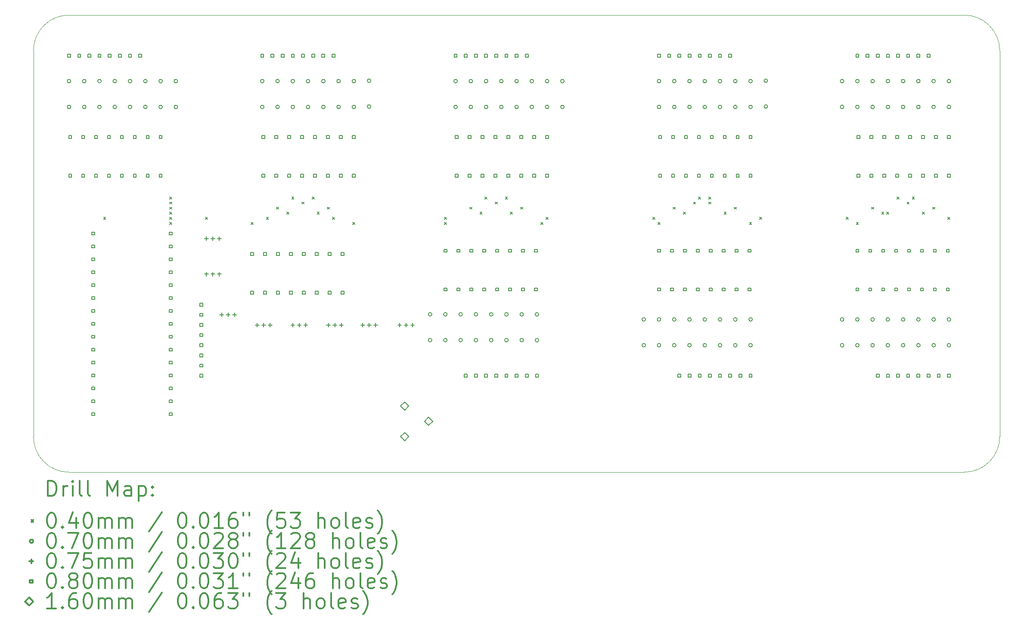
<source format=gbr>
%FSLAX45Y45*%
G04 Gerber Fmt 4.5, Leading zero omitted, Abs format (unit mm)*
G04 Created by KiCad (PCBNEW (5.1.4-0-10_14)) date 2019-12-07 21:02:53*
%MOMM*%
%LPD*%
G04 APERTURE LIST*
%ADD10C,0.050000*%
%ADD11C,0.200000*%
%ADD12C,0.300000*%
G04 APERTURE END LIST*
D10*
X21000000Y-10300000D02*
G75*
G02X20300000Y-11000000I-700000J0D01*
G01*
X2700000Y-11000000D02*
G75*
G02X2000000Y-10300000I0J700000D01*
G01*
X2000000Y-2700000D02*
G75*
G02X2700000Y-2000000I700000J0D01*
G01*
X20300000Y-2000000D02*
G75*
G02X21000000Y-2700000I0J-700000D01*
G01*
X2000000Y-10300000D02*
X2000000Y-2700000D01*
X20300000Y-11000000D02*
X2700000Y-11000000D01*
X21000000Y-2700000D02*
X21000000Y-10300000D01*
X2700000Y-2000000D02*
X20300000Y-2000000D01*
D11*
X3380000Y-5980000D02*
X3420000Y-6020000D01*
X3420000Y-5980000D02*
X3380000Y-6020000D01*
X4680000Y-5580000D02*
X4720000Y-5620000D01*
X4720000Y-5580000D02*
X4680000Y-5620000D01*
X4680000Y-5680000D02*
X4720000Y-5720000D01*
X4720000Y-5680000D02*
X4680000Y-5720000D01*
X4680000Y-5780000D02*
X4720000Y-5820000D01*
X4720000Y-5780000D02*
X4680000Y-5820000D01*
X4680000Y-5880000D02*
X4720000Y-5920000D01*
X4720000Y-5880000D02*
X4680000Y-5920000D01*
X4680000Y-5980000D02*
X4720000Y-6020000D01*
X4720000Y-5980000D02*
X4680000Y-6020000D01*
X4680000Y-6080000D02*
X4720000Y-6120000D01*
X4720000Y-6080000D02*
X4680000Y-6120000D01*
X5380000Y-5980000D02*
X5420000Y-6020000D01*
X5420000Y-5980000D02*
X5380000Y-6020000D01*
X6280000Y-6080000D02*
X6320000Y-6120000D01*
X6320000Y-6080000D02*
X6280000Y-6120000D01*
X6580000Y-5980000D02*
X6620000Y-6020000D01*
X6620000Y-5980000D02*
X6580000Y-6020000D01*
X6780000Y-5780000D02*
X6820000Y-5820000D01*
X6820000Y-5780000D02*
X6780000Y-5820000D01*
X6980000Y-5880000D02*
X7020000Y-5920000D01*
X7020000Y-5880000D02*
X6980000Y-5920000D01*
X7080000Y-5580000D02*
X7120000Y-5620000D01*
X7120000Y-5580000D02*
X7080000Y-5620000D01*
X7280000Y-5680000D02*
X7320000Y-5720000D01*
X7320000Y-5680000D02*
X7280000Y-5720000D01*
X7480000Y-5580000D02*
X7520000Y-5620000D01*
X7520000Y-5580000D02*
X7480000Y-5620000D01*
X7580000Y-5880000D02*
X7620000Y-5920000D01*
X7620000Y-5880000D02*
X7580000Y-5920000D01*
X7780000Y-5780000D02*
X7820000Y-5820000D01*
X7820000Y-5780000D02*
X7780000Y-5820000D01*
X7880000Y-5980000D02*
X7920000Y-6020000D01*
X7920000Y-5980000D02*
X7880000Y-6020000D01*
X8280000Y-6080000D02*
X8320000Y-6120000D01*
X8320000Y-6080000D02*
X8280000Y-6120000D01*
X10080000Y-5980000D02*
X10120000Y-6020000D01*
X10120000Y-5980000D02*
X10080000Y-6020000D01*
X10080000Y-6080000D02*
X10120000Y-6120000D01*
X10120000Y-6080000D02*
X10080000Y-6120000D01*
X10580000Y-5780000D02*
X10620000Y-5820000D01*
X10620000Y-5780000D02*
X10580000Y-5820000D01*
X10780000Y-5880000D02*
X10820000Y-5920000D01*
X10820000Y-5880000D02*
X10780000Y-5920000D01*
X10880000Y-5580000D02*
X10920000Y-5620000D01*
X10920000Y-5580000D02*
X10880000Y-5620000D01*
X11080000Y-5680000D02*
X11120000Y-5720000D01*
X11120000Y-5680000D02*
X11080000Y-5720000D01*
X11280000Y-5580000D02*
X11320000Y-5620000D01*
X11320000Y-5580000D02*
X11280000Y-5620000D01*
X11380000Y-5880000D02*
X11420000Y-5920000D01*
X11420000Y-5880000D02*
X11380000Y-5920000D01*
X11580000Y-5780000D02*
X11620000Y-5820000D01*
X11620000Y-5780000D02*
X11580000Y-5820000D01*
X11980000Y-6080000D02*
X12020000Y-6120000D01*
X12020000Y-6080000D02*
X11980000Y-6120000D01*
X12080000Y-5980000D02*
X12120000Y-6020000D01*
X12120000Y-5980000D02*
X12080000Y-6020000D01*
X14180000Y-5980000D02*
X14220000Y-6020000D01*
X14220000Y-5980000D02*
X14180000Y-6020000D01*
X14280000Y-6080000D02*
X14320000Y-6120000D01*
X14320000Y-6080000D02*
X14280000Y-6120000D01*
X14580000Y-5780000D02*
X14620000Y-5820000D01*
X14620000Y-5780000D02*
X14580000Y-5820000D01*
X14780000Y-5880000D02*
X14820000Y-5920000D01*
X14820000Y-5880000D02*
X14780000Y-5920000D01*
X14980000Y-5680000D02*
X15020000Y-5720000D01*
X15020000Y-5680000D02*
X14980000Y-5720000D01*
X15080000Y-5580000D02*
X15120000Y-5620000D01*
X15120000Y-5580000D02*
X15080000Y-5620000D01*
X15280000Y-5580000D02*
X15320000Y-5620000D01*
X15320000Y-5580000D02*
X15280000Y-5620000D01*
X15280000Y-5680000D02*
X15320000Y-5720000D01*
X15320000Y-5680000D02*
X15280000Y-5720000D01*
X15580000Y-5880000D02*
X15620000Y-5920000D01*
X15620000Y-5880000D02*
X15580000Y-5920000D01*
X15780000Y-5780000D02*
X15820000Y-5820000D01*
X15820000Y-5780000D02*
X15780000Y-5820000D01*
X16080000Y-6080000D02*
X16120000Y-6120000D01*
X16120000Y-6080000D02*
X16080000Y-6120000D01*
X16280000Y-5980000D02*
X16320000Y-6020000D01*
X16320000Y-5980000D02*
X16280000Y-6020000D01*
X17980000Y-5980000D02*
X18020000Y-6020000D01*
X18020000Y-5980000D02*
X17980000Y-6020000D01*
X18180000Y-6080000D02*
X18220000Y-6120000D01*
X18220000Y-6080000D02*
X18180000Y-6120000D01*
X18480000Y-5780000D02*
X18520000Y-5820000D01*
X18520000Y-5780000D02*
X18480000Y-5820000D01*
X18680000Y-5880000D02*
X18720000Y-5920000D01*
X18720000Y-5880000D02*
X18680000Y-5920000D01*
X18780000Y-5880000D02*
X18820000Y-5920000D01*
X18820000Y-5880000D02*
X18780000Y-5920000D01*
X18980000Y-5580000D02*
X19020000Y-5620000D01*
X19020000Y-5580000D02*
X18980000Y-5620000D01*
X19180000Y-5680000D02*
X19220000Y-5720000D01*
X19220000Y-5680000D02*
X19180000Y-5720000D01*
X19280000Y-5580000D02*
X19320000Y-5620000D01*
X19320000Y-5580000D02*
X19280000Y-5620000D01*
X19480000Y-5880000D02*
X19520000Y-5920000D01*
X19520000Y-5880000D02*
X19480000Y-5920000D01*
X19680000Y-5780000D02*
X19720000Y-5820000D01*
X19720000Y-5780000D02*
X19680000Y-5820000D01*
X19980000Y-5980000D02*
X20020000Y-6020000D01*
X20020000Y-5980000D02*
X19980000Y-6020000D01*
X8335000Y-3808000D02*
G75*
G03X8335000Y-3808000I-35000J0D01*
G01*
X15835000Y-7992000D02*
G75*
G03X15835000Y-7992000I-35000J0D01*
G01*
X10935000Y-3300000D02*
G75*
G03X10935000Y-3300000I-35000J0D01*
G01*
X10935000Y-3808000D02*
G75*
G03X10935000Y-3808000I-35000J0D01*
G01*
X10635000Y-3300000D02*
G75*
G03X10635000Y-3300000I-35000J0D01*
G01*
X10635000Y-3808000D02*
G75*
G03X10635000Y-3808000I-35000J0D01*
G01*
X8335000Y-3300000D02*
G75*
G03X8335000Y-3300000I-35000J0D01*
G01*
X8635000Y-3292000D02*
G75*
G03X8635000Y-3292000I-35000J0D01*
G01*
X8635000Y-3800000D02*
G75*
G03X8635000Y-3800000I-35000J0D01*
G01*
X18835000Y-3300000D02*
G75*
G03X18835000Y-3300000I-35000J0D01*
G01*
X18835000Y-3808000D02*
G75*
G03X18835000Y-3808000I-35000J0D01*
G01*
X17935000Y-7992000D02*
G75*
G03X17935000Y-7992000I-35000J0D01*
G01*
X17935000Y-8500000D02*
G75*
G03X17935000Y-8500000I-35000J0D01*
G01*
X15835000Y-8500000D02*
G75*
G03X15835000Y-8500000I-35000J0D01*
G01*
X18535000Y-7992000D02*
G75*
G03X18535000Y-7992000I-35000J0D01*
G01*
X11635000Y-7892000D02*
G75*
G03X11635000Y-7892000I-35000J0D01*
G01*
X7435000Y-3300000D02*
G75*
G03X7435000Y-3300000I-35000J0D01*
G01*
X7435000Y-3808000D02*
G75*
G03X7435000Y-3808000I-35000J0D01*
G01*
X10335000Y-3300000D02*
G75*
G03X10335000Y-3300000I-35000J0D01*
G01*
X10335000Y-3808000D02*
G75*
G03X10335000Y-3808000I-35000J0D01*
G01*
X11635000Y-8400000D02*
G75*
G03X11635000Y-8400000I-35000J0D01*
G01*
X10135000Y-7892000D02*
G75*
G03X10135000Y-7892000I-35000J0D01*
G01*
X10135000Y-8400000D02*
G75*
G03X10135000Y-8400000I-35000J0D01*
G01*
X9835000Y-7892000D02*
G75*
G03X9835000Y-7892000I-35000J0D01*
G01*
X9835000Y-8400000D02*
G75*
G03X9835000Y-8400000I-35000J0D01*
G01*
X4535000Y-3300000D02*
G75*
G03X4535000Y-3300000I-35000J0D01*
G01*
X4535000Y-3808000D02*
G75*
G03X4535000Y-3808000I-35000J0D01*
G01*
X16135000Y-3300000D02*
G75*
G03X16135000Y-3300000I-35000J0D01*
G01*
X16135000Y-3808000D02*
G75*
G03X16135000Y-3808000I-35000J0D01*
G01*
X15835000Y-3808000D02*
G75*
G03X15835000Y-3808000I-35000J0D01*
G01*
X11935000Y-7892000D02*
G75*
G03X11935000Y-7892000I-35000J0D01*
G01*
X11935000Y-8400000D02*
G75*
G03X11935000Y-8400000I-35000J0D01*
G01*
X15535000Y-7992000D02*
G75*
G03X15535000Y-7992000I-35000J0D01*
G01*
X15535000Y-8500000D02*
G75*
G03X15535000Y-8500000I-35000J0D01*
G01*
X19135000Y-3808000D02*
G75*
G03X19135000Y-3808000I-35000J0D01*
G01*
X4235000Y-3300000D02*
G75*
G03X4235000Y-3300000I-35000J0D01*
G01*
X4235000Y-3808000D02*
G75*
G03X4235000Y-3808000I-35000J0D01*
G01*
X15535000Y-3300000D02*
G75*
G03X15535000Y-3300000I-35000J0D01*
G01*
X15535000Y-3808000D02*
G75*
G03X15535000Y-3808000I-35000J0D01*
G01*
X20035000Y-3300000D02*
G75*
G03X20035000Y-3300000I-35000J0D01*
G01*
X20035000Y-3808000D02*
G75*
G03X20035000Y-3808000I-35000J0D01*
G01*
X14935000Y-7992000D02*
G75*
G03X14935000Y-7992000I-35000J0D01*
G01*
X14935000Y-8500000D02*
G75*
G03X14935000Y-8500000I-35000J0D01*
G01*
X4835000Y-3808000D02*
G75*
G03X4835000Y-3808000I-35000J0D01*
G01*
X4835000Y-3300000D02*
G75*
G03X4835000Y-3300000I-35000J0D01*
G01*
X15235000Y-3300000D02*
G75*
G03X15235000Y-3300000I-35000J0D01*
G01*
X15835000Y-3300000D02*
G75*
G03X15835000Y-3300000I-35000J0D01*
G01*
X3935000Y-3300000D02*
G75*
G03X3935000Y-3300000I-35000J0D01*
G01*
X7735000Y-3300000D02*
G75*
G03X7735000Y-3300000I-35000J0D01*
G01*
X7735000Y-3808000D02*
G75*
G03X7735000Y-3808000I-35000J0D01*
G01*
X19435000Y-7992000D02*
G75*
G03X19435000Y-7992000I-35000J0D01*
G01*
X19435000Y-8500000D02*
G75*
G03X19435000Y-8500000I-35000J0D01*
G01*
X2735000Y-3300000D02*
G75*
G03X2735000Y-3300000I-35000J0D01*
G01*
X3935000Y-3808000D02*
G75*
G03X3935000Y-3808000I-35000J0D01*
G01*
X15235000Y-3808000D02*
G75*
G03X15235000Y-3808000I-35000J0D01*
G01*
X7135000Y-3300000D02*
G75*
G03X7135000Y-3300000I-35000J0D01*
G01*
X7135000Y-3808000D02*
G75*
G03X7135000Y-3808000I-35000J0D01*
G01*
X2735000Y-3808000D02*
G75*
G03X2735000Y-3808000I-35000J0D01*
G01*
X12435000Y-3300000D02*
G75*
G03X12435000Y-3300000I-35000J0D01*
G01*
X12435000Y-3808000D02*
G75*
G03X12435000Y-3808000I-35000J0D01*
G01*
X19135000Y-3300000D02*
G75*
G03X19135000Y-3300000I-35000J0D01*
G01*
X14635000Y-7992000D02*
G75*
G03X14635000Y-7992000I-35000J0D01*
G01*
X20035000Y-7992000D02*
G75*
G03X20035000Y-7992000I-35000J0D01*
G01*
X20035000Y-8500000D02*
G75*
G03X20035000Y-8500000I-35000J0D01*
G01*
X19735000Y-7992000D02*
G75*
G03X19735000Y-7992000I-35000J0D01*
G01*
X19735000Y-8500000D02*
G75*
G03X19735000Y-8500000I-35000J0D01*
G01*
X14335000Y-7992000D02*
G75*
G03X14335000Y-7992000I-35000J0D01*
G01*
X14335000Y-8500000D02*
G75*
G03X14335000Y-8500000I-35000J0D01*
G01*
X14635000Y-8500000D02*
G75*
G03X14635000Y-8500000I-35000J0D01*
G01*
X18535000Y-8500000D02*
G75*
G03X18535000Y-8500000I-35000J0D01*
G01*
X19735000Y-3300000D02*
G75*
G03X19735000Y-3300000I-35000J0D01*
G01*
X19735000Y-3808000D02*
G75*
G03X19735000Y-3808000I-35000J0D01*
G01*
X14935000Y-3300000D02*
G75*
G03X14935000Y-3300000I-35000J0D01*
G01*
X14935000Y-3808000D02*
G75*
G03X14935000Y-3808000I-35000J0D01*
G01*
X10435000Y-7892000D02*
G75*
G03X10435000Y-7892000I-35000J0D01*
G01*
X10435000Y-8400000D02*
G75*
G03X10435000Y-8400000I-35000J0D01*
G01*
X19135000Y-7992000D02*
G75*
G03X19135000Y-7992000I-35000J0D01*
G01*
X19135000Y-8500000D02*
G75*
G03X19135000Y-8500000I-35000J0D01*
G01*
X3035000Y-3300000D02*
G75*
G03X3035000Y-3300000I-35000J0D01*
G01*
X3035000Y-3808000D02*
G75*
G03X3035000Y-3808000I-35000J0D01*
G01*
X14335000Y-3300000D02*
G75*
G03X14335000Y-3300000I-35000J0D01*
G01*
X14335000Y-3808000D02*
G75*
G03X14335000Y-3808000I-35000J0D01*
G01*
X18235000Y-7992000D02*
G75*
G03X18235000Y-7992000I-35000J0D01*
G01*
X18235000Y-8500000D02*
G75*
G03X18235000Y-8500000I-35000J0D01*
G01*
X18835000Y-7992000D02*
G75*
G03X18835000Y-7992000I-35000J0D01*
G01*
X18835000Y-8500000D02*
G75*
G03X18835000Y-8500000I-35000J0D01*
G01*
X18235000Y-3300000D02*
G75*
G03X18235000Y-3300000I-35000J0D01*
G01*
X18235000Y-3808000D02*
G75*
G03X18235000Y-3808000I-35000J0D01*
G01*
X18535000Y-3300000D02*
G75*
G03X18535000Y-3300000I-35000J0D01*
G01*
X18535000Y-3808000D02*
G75*
G03X18535000Y-3808000I-35000J0D01*
G01*
X10735000Y-7892000D02*
G75*
G03X10735000Y-7892000I-35000J0D01*
G01*
X10735000Y-8400000D02*
G75*
G03X10735000Y-8400000I-35000J0D01*
G01*
X16435000Y-3292000D02*
G75*
G03X16435000Y-3292000I-35000J0D01*
G01*
X16435000Y-3800000D02*
G75*
G03X16435000Y-3800000I-35000J0D01*
G01*
X6535000Y-3300000D02*
G75*
G03X6535000Y-3300000I-35000J0D01*
G01*
X6535000Y-3808000D02*
G75*
G03X6535000Y-3808000I-35000J0D01*
G01*
X3335000Y-3300000D02*
G75*
G03X3335000Y-3300000I-35000J0D01*
G01*
X11535000Y-3808000D02*
G75*
G03X11535000Y-3808000I-35000J0D01*
G01*
X17935000Y-3300000D02*
G75*
G03X17935000Y-3300000I-35000J0D01*
G01*
X17935000Y-3808000D02*
G75*
G03X17935000Y-3808000I-35000J0D01*
G01*
X14035000Y-7992000D02*
G75*
G03X14035000Y-7992000I-35000J0D01*
G01*
X6835000Y-3300000D02*
G75*
G03X6835000Y-3300000I-35000J0D01*
G01*
X6835000Y-3808000D02*
G75*
G03X6835000Y-3808000I-35000J0D01*
G01*
X19435000Y-3808000D02*
G75*
G03X19435000Y-3808000I-35000J0D01*
G01*
X12135000Y-3300000D02*
G75*
G03X12135000Y-3300000I-35000J0D01*
G01*
X11835000Y-3300000D02*
G75*
G03X11835000Y-3300000I-35000J0D01*
G01*
X11835000Y-3808000D02*
G75*
G03X11835000Y-3808000I-35000J0D01*
G01*
X3335000Y-3808000D02*
G75*
G03X3335000Y-3808000I-35000J0D01*
G01*
X19435000Y-3300000D02*
G75*
G03X19435000Y-3300000I-35000J0D01*
G01*
X14035000Y-8500000D02*
G75*
G03X14035000Y-8500000I-35000J0D01*
G01*
X12135000Y-3808000D02*
G75*
G03X12135000Y-3808000I-35000J0D01*
G01*
X11235000Y-3300000D02*
G75*
G03X11235000Y-3300000I-35000J0D01*
G01*
X11235000Y-3808000D02*
G75*
G03X11235000Y-3808000I-35000J0D01*
G01*
X11335000Y-7892000D02*
G75*
G03X11335000Y-7892000I-35000J0D01*
G01*
X11335000Y-8400000D02*
G75*
G03X11335000Y-8400000I-35000J0D01*
G01*
X3635000Y-3300000D02*
G75*
G03X3635000Y-3300000I-35000J0D01*
G01*
X16135000Y-7992000D02*
G75*
G03X16135000Y-7992000I-35000J0D01*
G01*
X8035000Y-3808000D02*
G75*
G03X8035000Y-3808000I-35000J0D01*
G01*
X3635000Y-3808000D02*
G75*
G03X3635000Y-3808000I-35000J0D01*
G01*
X16135000Y-8500000D02*
G75*
G03X16135000Y-8500000I-35000J0D01*
G01*
X11535000Y-3300000D02*
G75*
G03X11535000Y-3300000I-35000J0D01*
G01*
X11035000Y-8400000D02*
G75*
G03X11035000Y-8400000I-35000J0D01*
G01*
X14635000Y-3300000D02*
G75*
G03X14635000Y-3300000I-35000J0D01*
G01*
X14635000Y-3808000D02*
G75*
G03X14635000Y-3808000I-35000J0D01*
G01*
X11035000Y-7892000D02*
G75*
G03X11035000Y-7892000I-35000J0D01*
G01*
X15235000Y-7992000D02*
G75*
G03X15235000Y-7992000I-35000J0D01*
G01*
X15235000Y-8500000D02*
G75*
G03X15235000Y-8500000I-35000J0D01*
G01*
X8035000Y-3300000D02*
G75*
G03X8035000Y-3300000I-35000J0D01*
G01*
X5400000Y-7062500D02*
X5400000Y-7137500D01*
X5362500Y-7100000D02*
X5437500Y-7100000D01*
X5527000Y-7062500D02*
X5527000Y-7137500D01*
X5489500Y-7100000D02*
X5564500Y-7100000D01*
X5654000Y-7062500D02*
X5654000Y-7137500D01*
X5616500Y-7100000D02*
X5691500Y-7100000D01*
X7100000Y-8062500D02*
X7100000Y-8137500D01*
X7062500Y-8100000D02*
X7137500Y-8100000D01*
X8473000Y-8062500D02*
X8473000Y-8137500D01*
X8435500Y-8100000D02*
X8510500Y-8100000D01*
X8600000Y-8062500D02*
X8600000Y-8137500D01*
X8562500Y-8100000D02*
X8637500Y-8100000D01*
X8727000Y-8062500D02*
X8727000Y-8137500D01*
X8689500Y-8100000D02*
X8764500Y-8100000D01*
X7800000Y-8062500D02*
X7800000Y-8137500D01*
X7762500Y-8100000D02*
X7837500Y-8100000D01*
X7927000Y-8062500D02*
X7927000Y-8137500D01*
X7889500Y-8100000D02*
X7964500Y-8100000D01*
X8054000Y-8062500D02*
X8054000Y-8137500D01*
X8016500Y-8100000D02*
X8091500Y-8100000D01*
X9200000Y-8062500D02*
X9200000Y-8137500D01*
X9162500Y-8100000D02*
X9237500Y-8100000D01*
X9327000Y-8062500D02*
X9327000Y-8137500D01*
X9289500Y-8100000D02*
X9364500Y-8100000D01*
X7227000Y-8062500D02*
X7227000Y-8137500D01*
X7189500Y-8100000D02*
X7264500Y-8100000D01*
X7354000Y-8062500D02*
X7354000Y-8137500D01*
X7316500Y-8100000D02*
X7391500Y-8100000D01*
X9454000Y-8062500D02*
X9454000Y-8137500D01*
X9416500Y-8100000D02*
X9491500Y-8100000D01*
X5827000Y-7862500D02*
X5827000Y-7937500D01*
X5789500Y-7900000D02*
X5864500Y-7900000D01*
X5954000Y-7862500D02*
X5954000Y-7937500D01*
X5916500Y-7900000D02*
X5991500Y-7900000D01*
X5400000Y-6362500D02*
X5400000Y-6437500D01*
X5362500Y-6400000D02*
X5437500Y-6400000D01*
X5527000Y-6362500D02*
X5527000Y-6437500D01*
X5489500Y-6400000D02*
X5564500Y-6400000D01*
X5654000Y-6362500D02*
X5654000Y-6437500D01*
X5616500Y-6400000D02*
X5691500Y-6400000D01*
X5700000Y-7862500D02*
X5700000Y-7937500D01*
X5662500Y-7900000D02*
X5737500Y-7900000D01*
X6400000Y-8062500D02*
X6400000Y-8137500D01*
X6362500Y-8100000D02*
X6437500Y-8100000D01*
X6527000Y-8062500D02*
X6527000Y-8137500D01*
X6489500Y-8100000D02*
X6564500Y-8100000D01*
X6654000Y-8062500D02*
X6654000Y-8137500D01*
X6616500Y-8100000D02*
X6691500Y-8100000D01*
X6528284Y-2828284D02*
X6528284Y-2771716D01*
X6471715Y-2771716D01*
X6471715Y-2828284D01*
X6528284Y-2828284D01*
X6728284Y-2828284D02*
X6728284Y-2771716D01*
X6671715Y-2771716D01*
X6671715Y-2828284D01*
X6728284Y-2828284D01*
X6928284Y-2828284D02*
X6928284Y-2771716D01*
X6871715Y-2771716D01*
X6871715Y-2828284D01*
X6928284Y-2828284D01*
X7128284Y-2828284D02*
X7128284Y-2771716D01*
X7071715Y-2771716D01*
X7071715Y-2828284D01*
X7128284Y-2828284D01*
X7328284Y-2828284D02*
X7328284Y-2771716D01*
X7271715Y-2771716D01*
X7271715Y-2828284D01*
X7328284Y-2828284D01*
X7528284Y-2828284D02*
X7528284Y-2771716D01*
X7471715Y-2771716D01*
X7471715Y-2828284D01*
X7528284Y-2828284D01*
X7728284Y-2828284D02*
X7728284Y-2771716D01*
X7671715Y-2771716D01*
X7671715Y-2828284D01*
X7728284Y-2828284D01*
X7928284Y-2828284D02*
X7928284Y-2771716D01*
X7871715Y-2771716D01*
X7871715Y-2828284D01*
X7928284Y-2828284D01*
X2750285Y-4428285D02*
X2750285Y-4371716D01*
X2693716Y-4371716D01*
X2693716Y-4428285D01*
X2750285Y-4428285D01*
X3004284Y-4428285D02*
X3004284Y-4371716D01*
X2947715Y-4371716D01*
X2947715Y-4428285D01*
X3004284Y-4428285D01*
X3004284Y-5190285D02*
X3004284Y-5133716D01*
X2947715Y-5133716D01*
X2947715Y-5190285D01*
X3004284Y-5190285D01*
X3258284Y-4428285D02*
X3258284Y-4371716D01*
X3201715Y-4371716D01*
X3201715Y-4428285D01*
X3258284Y-4428285D01*
X3258284Y-5190285D02*
X3258284Y-5133716D01*
X3201715Y-5133716D01*
X3201715Y-5190285D01*
X3258284Y-5190285D01*
X3512284Y-4428285D02*
X3512284Y-4371716D01*
X3455715Y-4371716D01*
X3455715Y-4428285D01*
X3512284Y-4428285D01*
X3512284Y-5190285D02*
X3512284Y-5133716D01*
X3455715Y-5133716D01*
X3455715Y-5190285D01*
X3512284Y-5190285D01*
X10328285Y-2828284D02*
X10328285Y-2771716D01*
X10271716Y-2771716D01*
X10271716Y-2828284D01*
X10328285Y-2828284D01*
X10528285Y-2828284D02*
X10528285Y-2771716D01*
X10471716Y-2771716D01*
X10471716Y-2828284D01*
X10528285Y-2828284D01*
X10728285Y-2828284D02*
X10728285Y-2771716D01*
X10671716Y-2771716D01*
X10671716Y-2828284D01*
X10728285Y-2828284D01*
X3766284Y-4428285D02*
X3766284Y-4371716D01*
X3709715Y-4371716D01*
X3709715Y-4428285D01*
X3766284Y-4428285D01*
X3766284Y-5190285D02*
X3766284Y-5133716D01*
X3709715Y-5133716D01*
X3709715Y-5190285D01*
X3766284Y-5190285D01*
X4020284Y-4428285D02*
X4020284Y-4371716D01*
X3963715Y-4371716D01*
X3963715Y-4428285D01*
X4020284Y-4428285D01*
X4020284Y-5190285D02*
X4020284Y-5133716D01*
X3963715Y-5133716D01*
X3963715Y-5190285D01*
X4020284Y-5190285D01*
X4274285Y-4428285D02*
X4274285Y-4371716D01*
X4217716Y-4371716D01*
X4217716Y-4428285D01*
X4274285Y-4428285D01*
X4274285Y-5190285D02*
X4274285Y-5133716D01*
X4217716Y-5133716D01*
X4217716Y-5190285D01*
X4274285Y-5190285D01*
X10928285Y-2828284D02*
X10928285Y-2771716D01*
X10871716Y-2771716D01*
X10871716Y-2828284D01*
X10928285Y-2828284D01*
X2750285Y-5190285D02*
X2750285Y-5133716D01*
X2693716Y-5133716D01*
X2693716Y-5190285D01*
X2750285Y-5190285D01*
X11128285Y-2828284D02*
X11128285Y-2771716D01*
X11071716Y-2771716D01*
X11071716Y-2828284D01*
X11128285Y-2828284D01*
X11328284Y-2828284D02*
X11328284Y-2771716D01*
X11271715Y-2771716D01*
X11271715Y-2828284D01*
X11328284Y-2828284D01*
X4528285Y-4428285D02*
X4528285Y-4371716D01*
X4471716Y-4371716D01*
X4471716Y-4428285D01*
X4528285Y-4428285D01*
X18228285Y-6666284D02*
X18228285Y-6609715D01*
X18171716Y-6609715D01*
X18171716Y-6666284D01*
X18228285Y-6666284D01*
X18228285Y-7428284D02*
X18228285Y-7371715D01*
X18171716Y-7371715D01*
X18171716Y-7428284D01*
X18228285Y-7428284D01*
X18482285Y-6666284D02*
X18482285Y-6609715D01*
X18425716Y-6609715D01*
X18425716Y-6666284D01*
X18482285Y-6666284D01*
X18482285Y-7428284D02*
X18482285Y-7371715D01*
X18425716Y-7371715D01*
X18425716Y-7428284D01*
X18482285Y-7428284D01*
X18736285Y-6666284D02*
X18736285Y-6609715D01*
X18679716Y-6609715D01*
X18679716Y-6666284D01*
X18736285Y-6666284D01*
X18736285Y-7428284D02*
X18736285Y-7371715D01*
X18679716Y-7371715D01*
X18679716Y-7428284D01*
X18736285Y-7428284D01*
X18990285Y-6666284D02*
X18990285Y-6609715D01*
X18933716Y-6609715D01*
X18933716Y-6666284D01*
X18990285Y-6666284D01*
X18990285Y-7428284D02*
X18990285Y-7371715D01*
X18933716Y-7371715D01*
X18933716Y-7428284D01*
X18990285Y-7428284D01*
X19244285Y-6666284D02*
X19244285Y-6609715D01*
X19187716Y-6609715D01*
X19187716Y-6666284D01*
X19244285Y-6666284D01*
X19244285Y-7428284D02*
X19244285Y-7371715D01*
X19187716Y-7371715D01*
X19187716Y-7428284D01*
X19244285Y-7428284D01*
X19498285Y-6666284D02*
X19498285Y-6609715D01*
X19441716Y-6609715D01*
X19441716Y-6666284D01*
X19498285Y-6666284D01*
X19498285Y-7428284D02*
X19498285Y-7371715D01*
X19441716Y-7371715D01*
X19441716Y-7428284D01*
X19498285Y-7428284D01*
X19752285Y-6666284D02*
X19752285Y-6609715D01*
X19695716Y-6609715D01*
X19695716Y-6666284D01*
X19752285Y-6666284D01*
X19752285Y-7428284D02*
X19752285Y-7371715D01*
X19695716Y-7371715D01*
X19695716Y-7428284D01*
X19752285Y-7428284D01*
X20006285Y-6666284D02*
X20006285Y-6609715D01*
X19949716Y-6609715D01*
X19949716Y-6666284D01*
X20006285Y-6666284D01*
X20006285Y-7428284D02*
X20006285Y-7371715D01*
X19949716Y-7371715D01*
X19949716Y-7428284D01*
X20006285Y-7428284D01*
X14350284Y-4428285D02*
X14350284Y-4371716D01*
X14293715Y-4371716D01*
X14293715Y-4428285D01*
X14350284Y-4428285D01*
X14350284Y-5190285D02*
X14350284Y-5133716D01*
X14293715Y-5133716D01*
X14293715Y-5190285D01*
X14350284Y-5190285D01*
X14604284Y-4428285D02*
X14604284Y-4371716D01*
X14547715Y-4371716D01*
X14547715Y-4428285D01*
X14604284Y-4428285D01*
X15112284Y-4428285D02*
X15112284Y-4371716D01*
X15055715Y-4371716D01*
X15055715Y-4428285D01*
X15112284Y-4428285D01*
X15112284Y-5190285D02*
X15112284Y-5133716D01*
X15055715Y-5133716D01*
X15055715Y-5190285D01*
X15112284Y-5190285D01*
X15366284Y-5190285D02*
X15366284Y-5133716D01*
X15309715Y-5133716D01*
X15309715Y-5190285D01*
X15366284Y-5190285D01*
X15620284Y-5190285D02*
X15620284Y-5133716D01*
X15563715Y-5133716D01*
X15563715Y-5190285D01*
X15620284Y-5190285D01*
X15874284Y-5190285D02*
X15874284Y-5133716D01*
X15817715Y-5133716D01*
X15817715Y-5190285D01*
X15874284Y-5190285D01*
X16128284Y-5190285D02*
X16128284Y-5133716D01*
X16071715Y-5133716D01*
X16071715Y-5190285D01*
X16128284Y-5190285D01*
X4528285Y-5190285D02*
X4528285Y-5133716D01*
X4471716Y-5133716D01*
X4471716Y-5190285D01*
X4528285Y-5190285D01*
X14604284Y-5190285D02*
X14604284Y-5133716D01*
X14547715Y-5133716D01*
X14547715Y-5190285D01*
X14604284Y-5190285D01*
X14858284Y-4428285D02*
X14858284Y-4371716D01*
X14801715Y-4371716D01*
X14801715Y-4428285D01*
X14858284Y-4428285D01*
X14858284Y-5190285D02*
X14858284Y-5133716D01*
X14801715Y-5133716D01*
X14801715Y-5190285D01*
X14858284Y-5190285D01*
X15366284Y-4428285D02*
X15366284Y-4371716D01*
X15309715Y-4371716D01*
X15309715Y-4428285D01*
X15366284Y-4428285D01*
X15620284Y-4428285D02*
X15620284Y-4371716D01*
X15563715Y-4371716D01*
X15563715Y-4428285D01*
X15620284Y-4428285D01*
X15874284Y-4428285D02*
X15874284Y-4371716D01*
X15817715Y-4371716D01*
X15817715Y-4428285D01*
X15874284Y-4428285D01*
X16128284Y-4428285D02*
X16128284Y-4371716D01*
X16071715Y-4371716D01*
X16071715Y-4428285D01*
X16128284Y-4428285D01*
X14328284Y-6666284D02*
X14328284Y-6609715D01*
X14271715Y-6609715D01*
X14271715Y-6666284D01*
X14328284Y-6666284D01*
X14328284Y-7428284D02*
X14328284Y-7371715D01*
X14271715Y-7371715D01*
X14271715Y-7428284D01*
X14328284Y-7428284D01*
X14582284Y-6666284D02*
X14582284Y-6609715D01*
X14525715Y-6609715D01*
X14525715Y-6666284D01*
X14582284Y-6666284D01*
X14582284Y-7428284D02*
X14582284Y-7371715D01*
X14525715Y-7371715D01*
X14525715Y-7428284D01*
X14582284Y-7428284D01*
X14836284Y-6666284D02*
X14836284Y-6609715D01*
X14779715Y-6609715D01*
X14779715Y-6666284D01*
X14836284Y-6666284D01*
X14836284Y-7428284D02*
X14836284Y-7371715D01*
X14779715Y-7371715D01*
X14779715Y-7428284D01*
X14836284Y-7428284D01*
X15090284Y-6666284D02*
X15090284Y-6609715D01*
X15033715Y-6609715D01*
X15033715Y-6666284D01*
X15090284Y-6666284D01*
X18250285Y-4428285D02*
X18250285Y-4371716D01*
X18193716Y-4371716D01*
X18193716Y-4428285D01*
X18250285Y-4428285D01*
X18250285Y-5190285D02*
X18250285Y-5133716D01*
X18193716Y-5133716D01*
X18193716Y-5190285D01*
X18250285Y-5190285D01*
X18504285Y-4428285D02*
X18504285Y-4371716D01*
X18447716Y-4371716D01*
X18447716Y-4428285D01*
X18504285Y-4428285D01*
X18504285Y-5190285D02*
X18504285Y-5133716D01*
X18447716Y-5133716D01*
X18447716Y-5190285D01*
X18504285Y-5190285D01*
X18758285Y-4428285D02*
X18758285Y-4371716D01*
X18701716Y-4371716D01*
X18701716Y-4428285D01*
X18758285Y-4428285D01*
X18758285Y-5190285D02*
X18758285Y-5133716D01*
X18701716Y-5133716D01*
X18701716Y-5190285D01*
X18758285Y-5190285D01*
X19012285Y-4428285D02*
X19012285Y-4371716D01*
X18955716Y-4371716D01*
X18955716Y-4428285D01*
X19012285Y-4428285D01*
X19012285Y-5190285D02*
X19012285Y-5133716D01*
X18955716Y-5133716D01*
X18955716Y-5190285D01*
X19012285Y-5190285D01*
X19266285Y-4428285D02*
X19266285Y-4371716D01*
X19209716Y-4371716D01*
X19209716Y-4428285D01*
X19266285Y-4428285D01*
X19266285Y-5190285D02*
X19266285Y-5133716D01*
X19209716Y-5133716D01*
X19209716Y-5190285D01*
X19266285Y-5190285D01*
X19520285Y-4428285D02*
X19520285Y-4371716D01*
X19463716Y-4371716D01*
X19463716Y-4428285D01*
X19520285Y-4428285D01*
X19520285Y-5190285D02*
X19520285Y-5133716D01*
X19463716Y-5133716D01*
X19463716Y-5190285D01*
X19520285Y-5190285D01*
X19774285Y-4428285D02*
X19774285Y-4371716D01*
X19717716Y-4371716D01*
X19717716Y-4428285D01*
X19774285Y-4428285D01*
X19774285Y-5190285D02*
X19774285Y-5133716D01*
X19717716Y-5133716D01*
X19717716Y-5190285D01*
X19774285Y-5190285D01*
X20028285Y-4428285D02*
X20028285Y-4371716D01*
X19971716Y-4371716D01*
X19971716Y-4428285D01*
X20028285Y-4428285D01*
X20028285Y-5190285D02*
X20028285Y-5133716D01*
X19971716Y-5133716D01*
X19971716Y-5190285D01*
X20028285Y-5190285D01*
X6328284Y-6728284D02*
X6328284Y-6671715D01*
X6271715Y-6671715D01*
X6271715Y-6728284D01*
X6328284Y-6728284D01*
X6328284Y-7490284D02*
X6328284Y-7433715D01*
X6271715Y-7433715D01*
X6271715Y-7490284D01*
X6328284Y-7490284D01*
X6582284Y-6728284D02*
X6582284Y-6671715D01*
X6525715Y-6671715D01*
X6525715Y-6728284D01*
X6582284Y-6728284D01*
X7344284Y-6728284D02*
X7344284Y-6671715D01*
X7287715Y-6671715D01*
X7287715Y-6728284D01*
X7344284Y-6728284D01*
X14728284Y-9128285D02*
X14728284Y-9071716D01*
X14671715Y-9071716D01*
X14671715Y-9128285D01*
X14728284Y-9128285D01*
X7090284Y-6728284D02*
X7090284Y-6671715D01*
X7033715Y-6671715D01*
X7033715Y-6728284D01*
X7090284Y-6728284D01*
X14928284Y-9128285D02*
X14928284Y-9071716D01*
X14871715Y-9071716D01*
X14871715Y-9128285D01*
X14928284Y-9128285D01*
X6836284Y-6728284D02*
X6836284Y-6671715D01*
X6779715Y-6671715D01*
X6779715Y-6728284D01*
X6836284Y-6728284D01*
X15128284Y-9128285D02*
X15128284Y-9071716D01*
X15071715Y-9071716D01*
X15071715Y-9128285D01*
X15128284Y-9128285D01*
X7090284Y-7490284D02*
X7090284Y-7433715D01*
X7033715Y-7433715D01*
X7033715Y-7490284D01*
X7090284Y-7490284D01*
X15328284Y-9128285D02*
X15328284Y-9071716D01*
X15271715Y-9071716D01*
X15271715Y-9128285D01*
X15328284Y-9128285D01*
X16106284Y-7428284D02*
X16106284Y-7371715D01*
X16049715Y-7371715D01*
X16049715Y-7428284D01*
X16106284Y-7428284D01*
X15528284Y-9128285D02*
X15528284Y-9071716D01*
X15471715Y-9071716D01*
X15471715Y-9128285D01*
X15528284Y-9128285D01*
X15852284Y-7428284D02*
X15852284Y-7371715D01*
X15795715Y-7371715D01*
X15795715Y-7428284D01*
X15852284Y-7428284D01*
X6836284Y-7490284D02*
X6836284Y-7433715D01*
X6779715Y-7433715D01*
X6779715Y-7490284D01*
X6836284Y-7490284D01*
X15598284Y-7428284D02*
X15598284Y-7371715D01*
X15541715Y-7371715D01*
X15541715Y-7428284D01*
X15598284Y-7428284D01*
X15728284Y-9128285D02*
X15728284Y-9071716D01*
X15671715Y-9071716D01*
X15671715Y-9128285D01*
X15728284Y-9128285D01*
X15344284Y-7428284D02*
X15344284Y-7371715D01*
X15287715Y-7371715D01*
X15287715Y-7428284D01*
X15344284Y-7428284D01*
X15344284Y-6666284D02*
X15344284Y-6609715D01*
X15287715Y-6609715D01*
X15287715Y-6666284D01*
X15344284Y-6666284D01*
X15090284Y-7428284D02*
X15090284Y-7371715D01*
X15033715Y-7371715D01*
X15033715Y-7428284D01*
X15090284Y-7428284D01*
X15598284Y-6666284D02*
X15598284Y-6609715D01*
X15541715Y-6609715D01*
X15541715Y-6666284D01*
X15598284Y-6666284D01*
X6582284Y-7490284D02*
X6582284Y-7433715D01*
X6525715Y-7433715D01*
X6525715Y-7490284D01*
X6582284Y-7490284D01*
X15852284Y-6666284D02*
X15852284Y-6609715D01*
X15795715Y-6609715D01*
X15795715Y-6666284D01*
X15852284Y-6666284D01*
X15928284Y-9128285D02*
X15928284Y-9071716D01*
X15871715Y-9071716D01*
X15871715Y-9128285D01*
X15928284Y-9128285D01*
X16106284Y-6666284D02*
X16106284Y-6609715D01*
X16049715Y-6609715D01*
X16049715Y-6666284D01*
X16106284Y-6666284D01*
X16128284Y-9128285D02*
X16128284Y-9071716D01*
X16071715Y-9071716D01*
X16071715Y-9128285D01*
X16128284Y-9128285D01*
X7344284Y-7490284D02*
X7344284Y-7433715D01*
X7287715Y-7433715D01*
X7287715Y-7490284D01*
X7344284Y-7490284D01*
X7598284Y-6728284D02*
X7598284Y-6671715D01*
X7541715Y-6671715D01*
X7541715Y-6728284D01*
X7598284Y-6728284D01*
X7598284Y-7490284D02*
X7598284Y-7433715D01*
X7541715Y-7433715D01*
X7541715Y-7490284D01*
X7598284Y-7490284D01*
X7852284Y-6728284D02*
X7852284Y-6671715D01*
X7795715Y-6671715D01*
X7795715Y-6728284D01*
X7852284Y-6728284D01*
X7852284Y-7490284D02*
X7852284Y-7433715D01*
X7795715Y-7433715D01*
X7795715Y-7490284D01*
X7852284Y-7490284D01*
X8106284Y-6728284D02*
X8106284Y-6671715D01*
X8049715Y-6671715D01*
X8049715Y-6728284D01*
X8106284Y-6728284D01*
X8106284Y-7490284D02*
X8106284Y-7433715D01*
X8049715Y-7433715D01*
X8049715Y-7490284D01*
X8106284Y-7490284D01*
X2728285Y-2828284D02*
X2728285Y-2771716D01*
X2671716Y-2771716D01*
X2671716Y-2828284D01*
X2728285Y-2828284D01*
X2928284Y-2828284D02*
X2928284Y-2771716D01*
X2871715Y-2771716D01*
X2871715Y-2828284D01*
X2928284Y-2828284D01*
X6550284Y-5190285D02*
X6550284Y-5133716D01*
X6493715Y-5133716D01*
X6493715Y-5190285D01*
X6550284Y-5190285D01*
X6550284Y-4428285D02*
X6550284Y-4371716D01*
X6493715Y-4371716D01*
X6493715Y-4428285D01*
X6550284Y-4428285D01*
X6804284Y-4428285D02*
X6804284Y-4371716D01*
X6747715Y-4371716D01*
X6747715Y-4428285D01*
X6804284Y-4428285D01*
X6804284Y-5190285D02*
X6804284Y-5133716D01*
X6747715Y-5133716D01*
X6747715Y-5190285D01*
X6804284Y-5190285D01*
X7058284Y-4428285D02*
X7058284Y-4371716D01*
X7001715Y-4371716D01*
X7001715Y-4428285D01*
X7058284Y-4428285D01*
X7058284Y-5190285D02*
X7058284Y-5133716D01*
X7001715Y-5133716D01*
X7001715Y-5190285D01*
X7058284Y-5190285D01*
X7312284Y-4428285D02*
X7312284Y-4371716D01*
X7255715Y-4371716D01*
X7255715Y-4428285D01*
X7312284Y-4428285D01*
X7312284Y-5190285D02*
X7312284Y-5133716D01*
X7255715Y-5133716D01*
X7255715Y-5190285D01*
X7312284Y-5190285D01*
X7566284Y-4428285D02*
X7566284Y-4371716D01*
X7509715Y-4371716D01*
X7509715Y-4428285D01*
X7566284Y-4428285D01*
X7566284Y-5190285D02*
X7566284Y-5133716D01*
X7509715Y-5133716D01*
X7509715Y-5190285D01*
X7566284Y-5190285D01*
X7820284Y-4428285D02*
X7820284Y-4371716D01*
X7763715Y-4371716D01*
X7763715Y-4428285D01*
X7820284Y-4428285D01*
X7820284Y-5190285D02*
X7820284Y-5133716D01*
X7763715Y-5133716D01*
X7763715Y-5190285D01*
X7820284Y-5190285D01*
X8074284Y-4428285D02*
X8074284Y-4371716D01*
X8017715Y-4371716D01*
X8017715Y-4428285D01*
X8074284Y-4428285D01*
X8074284Y-5190285D02*
X8074284Y-5133716D01*
X8017715Y-5133716D01*
X8017715Y-5190285D01*
X8074284Y-5190285D01*
X8328284Y-4428285D02*
X8328284Y-4371716D01*
X8271715Y-4371716D01*
X8271715Y-4428285D01*
X8328284Y-4428285D01*
X8328284Y-5190285D02*
X8328284Y-5133716D01*
X8271715Y-5133716D01*
X8271715Y-5190285D01*
X8328284Y-5190285D01*
X18228285Y-2828284D02*
X18228285Y-2771716D01*
X18171716Y-2771716D01*
X18171716Y-2828284D01*
X18228285Y-2828284D01*
X18428285Y-2828284D02*
X18428285Y-2771716D01*
X18371716Y-2771716D01*
X18371716Y-2828284D01*
X18428285Y-2828284D01*
X18628285Y-9128285D02*
X18628285Y-9071716D01*
X18571716Y-9071716D01*
X18571716Y-9128285D01*
X18628285Y-9128285D01*
X18828285Y-9128285D02*
X18828285Y-9071716D01*
X18771716Y-9071716D01*
X18771716Y-9128285D01*
X18828285Y-9128285D01*
X19028285Y-9128285D02*
X19028285Y-9071716D01*
X18971716Y-9071716D01*
X18971716Y-9128285D01*
X19028285Y-9128285D01*
X19228285Y-9128285D02*
X19228285Y-9071716D01*
X19171716Y-9071716D01*
X19171716Y-9128285D01*
X19228285Y-9128285D01*
X19428285Y-9128285D02*
X19428285Y-9071716D01*
X19371716Y-9071716D01*
X19371716Y-9128285D01*
X19428285Y-9128285D01*
X10928285Y-9128285D02*
X10928285Y-9071716D01*
X10871716Y-9071716D01*
X10871716Y-9128285D01*
X10928285Y-9128285D01*
X3128284Y-2828284D02*
X3128284Y-2771716D01*
X3071715Y-2771716D01*
X3071715Y-2828284D01*
X3128284Y-2828284D01*
X3328284Y-2828284D02*
X3328284Y-2771716D01*
X3271715Y-2771716D01*
X3271715Y-2828284D01*
X3328284Y-2828284D01*
X11128285Y-9128285D02*
X11128285Y-9071716D01*
X11071716Y-9071716D01*
X11071716Y-9128285D01*
X11128285Y-9128285D01*
X11328284Y-9128285D02*
X11328284Y-9071716D01*
X11271715Y-9071716D01*
X11271715Y-9128285D01*
X11328284Y-9128285D01*
X11528284Y-9128285D02*
X11528284Y-9071716D01*
X11471715Y-9071716D01*
X11471715Y-9128285D01*
X11528284Y-9128285D01*
X11728284Y-9128285D02*
X11728284Y-9071716D01*
X11671715Y-9071716D01*
X11671715Y-9128285D01*
X11728284Y-9128285D01*
X19628285Y-9128285D02*
X19628285Y-9071716D01*
X19571716Y-9071716D01*
X19571716Y-9128285D01*
X19628285Y-9128285D01*
X19828285Y-9128285D02*
X19828285Y-9071716D01*
X19771716Y-9071716D01*
X19771716Y-9128285D01*
X19828285Y-9128285D01*
X20028285Y-9128285D02*
X20028285Y-9071716D01*
X19971716Y-9071716D01*
X19971716Y-9128285D01*
X20028285Y-9128285D01*
X18828285Y-2828284D02*
X18828285Y-2771716D01*
X18771716Y-2771716D01*
X18771716Y-2828284D01*
X18828285Y-2828284D01*
X3528284Y-2828284D02*
X3528284Y-2771716D01*
X3471715Y-2771716D01*
X3471715Y-2828284D01*
X3528284Y-2828284D01*
X3728284Y-2828284D02*
X3728284Y-2771716D01*
X3671715Y-2771716D01*
X3671715Y-2828284D01*
X3728284Y-2828284D01*
X3928284Y-2828284D02*
X3928284Y-2771716D01*
X3871715Y-2771716D01*
X3871715Y-2828284D01*
X3928284Y-2828284D01*
X4128284Y-2828284D02*
X4128284Y-2771716D01*
X4071715Y-2771716D01*
X4071715Y-2828284D01*
X4128284Y-2828284D01*
X10728285Y-9128285D02*
X10728285Y-9071716D01*
X10671716Y-9071716D01*
X10671716Y-9128285D01*
X10728285Y-9128285D01*
X11928284Y-9128285D02*
X11928284Y-9071716D01*
X11871715Y-9071716D01*
X11871715Y-9128285D01*
X11928284Y-9128285D01*
X18628285Y-2828284D02*
X18628285Y-2771716D01*
X18571716Y-2771716D01*
X18571716Y-2828284D01*
X18628285Y-2828284D01*
X19028285Y-2828284D02*
X19028285Y-2771716D01*
X18971716Y-2771716D01*
X18971716Y-2828284D01*
X19028285Y-2828284D01*
X19228285Y-2828284D02*
X19228285Y-2771716D01*
X19171716Y-2771716D01*
X19171716Y-2828284D01*
X19228285Y-2828284D01*
X19428285Y-2828284D02*
X19428285Y-2771716D01*
X19371716Y-2771716D01*
X19371716Y-2828284D01*
X19428285Y-2828284D01*
X19628285Y-2828284D02*
X19628285Y-2771716D01*
X19571716Y-2771716D01*
X19571716Y-2828284D01*
X19628285Y-2828284D01*
X10528285Y-9128285D02*
X10528285Y-9071716D01*
X10471716Y-9071716D01*
X10471716Y-9128285D01*
X10528285Y-9128285D01*
X10350285Y-4428285D02*
X10350285Y-4371716D01*
X10293716Y-4371716D01*
X10293716Y-4428285D01*
X10350285Y-4428285D01*
X10350285Y-5190285D02*
X10350285Y-5133716D01*
X10293716Y-5133716D01*
X10293716Y-5190285D01*
X10350285Y-5190285D01*
X10604285Y-4428285D02*
X10604285Y-4371716D01*
X10547716Y-4371716D01*
X10547716Y-4428285D01*
X10604285Y-4428285D01*
X10604285Y-5190285D02*
X10604285Y-5133716D01*
X10547716Y-5133716D01*
X10547716Y-5190285D01*
X10604285Y-5190285D01*
X10858285Y-4428285D02*
X10858285Y-4371716D01*
X10801716Y-4371716D01*
X10801716Y-4428285D01*
X10858285Y-4428285D01*
X10858285Y-5190285D02*
X10858285Y-5133716D01*
X10801716Y-5133716D01*
X10801716Y-5190285D01*
X10858285Y-5190285D01*
X11112285Y-4428285D02*
X11112285Y-4371716D01*
X11055716Y-4371716D01*
X11055716Y-4428285D01*
X11112285Y-4428285D01*
X11112285Y-5190285D02*
X11112285Y-5133716D01*
X11055716Y-5133716D01*
X11055716Y-5190285D01*
X11112285Y-5190285D01*
X11366284Y-4428285D02*
X11366284Y-4371716D01*
X11309715Y-4371716D01*
X11309715Y-4428285D01*
X11366284Y-4428285D01*
X11366284Y-5190285D02*
X11366284Y-5133716D01*
X11309715Y-5133716D01*
X11309715Y-5190285D01*
X11366284Y-5190285D01*
X11620284Y-4428285D02*
X11620284Y-4371716D01*
X11563715Y-4371716D01*
X11563715Y-4428285D01*
X11620284Y-4428285D01*
X11620284Y-5190285D02*
X11620284Y-5133716D01*
X11563715Y-5133716D01*
X11563715Y-5190285D01*
X11620284Y-5190285D01*
X11874284Y-4428285D02*
X11874284Y-4371716D01*
X11817715Y-4371716D01*
X11817715Y-4428285D01*
X11874284Y-4428285D01*
X11874284Y-5190285D02*
X11874284Y-5133716D01*
X11817715Y-5133716D01*
X11817715Y-5190285D01*
X11874284Y-5190285D01*
X12128284Y-4428285D02*
X12128284Y-4371716D01*
X12071715Y-4371716D01*
X12071715Y-4428285D01*
X12128284Y-4428285D01*
X12128284Y-5190285D02*
X12128284Y-5133716D01*
X12071715Y-5133716D01*
X12071715Y-5190285D01*
X12128284Y-5190285D01*
X3204284Y-6328284D02*
X3204284Y-6271715D01*
X3147715Y-6271715D01*
X3147715Y-6328284D01*
X3204284Y-6328284D01*
X3204284Y-6582284D02*
X3204284Y-6525715D01*
X3147715Y-6525715D01*
X3147715Y-6582284D01*
X3204284Y-6582284D01*
X3204284Y-6836284D02*
X3204284Y-6779715D01*
X3147715Y-6779715D01*
X3147715Y-6836284D01*
X3204284Y-6836284D01*
X3204284Y-7090284D02*
X3204284Y-7033715D01*
X3147715Y-7033715D01*
X3147715Y-7090284D01*
X3204284Y-7090284D01*
X3204284Y-7344284D02*
X3204284Y-7287715D01*
X3147715Y-7287715D01*
X3147715Y-7344284D01*
X3204284Y-7344284D01*
X3204284Y-7598284D02*
X3204284Y-7541715D01*
X3147715Y-7541715D01*
X3147715Y-7598284D01*
X3204284Y-7598284D01*
X3204284Y-7852284D02*
X3204284Y-7795715D01*
X3147715Y-7795715D01*
X3147715Y-7852284D01*
X3204284Y-7852284D01*
X3204284Y-8106284D02*
X3204284Y-8049715D01*
X3147715Y-8049715D01*
X3147715Y-8106284D01*
X3204284Y-8106284D01*
X3204284Y-8360284D02*
X3204284Y-8303715D01*
X3147715Y-8303715D01*
X3147715Y-8360284D01*
X3204284Y-8360284D01*
X3204284Y-8614285D02*
X3204284Y-8557716D01*
X3147715Y-8557716D01*
X3147715Y-8614285D01*
X3204284Y-8614285D01*
X3204284Y-8868285D02*
X3204284Y-8811716D01*
X3147715Y-8811716D01*
X3147715Y-8868285D01*
X3204284Y-8868285D01*
X3204284Y-9122285D02*
X3204284Y-9065716D01*
X3147715Y-9065716D01*
X3147715Y-9122285D01*
X3204284Y-9122285D01*
X3204284Y-9376285D02*
X3204284Y-9319716D01*
X3147715Y-9319716D01*
X3147715Y-9376285D01*
X3204284Y-9376285D01*
X3204284Y-9630285D02*
X3204284Y-9573716D01*
X3147715Y-9573716D01*
X3147715Y-9630285D01*
X3204284Y-9630285D01*
X3204284Y-9884285D02*
X3204284Y-9827716D01*
X3147715Y-9827716D01*
X3147715Y-9884285D01*
X3204284Y-9884285D01*
X4728285Y-6328284D02*
X4728285Y-6271715D01*
X4671716Y-6271715D01*
X4671716Y-6328284D01*
X4728285Y-6328284D01*
X11528284Y-2828284D02*
X11528284Y-2771716D01*
X11471715Y-2771716D01*
X11471715Y-2828284D01*
X11528284Y-2828284D01*
X11728284Y-2828284D02*
X11728284Y-2771716D01*
X11671715Y-2771716D01*
X11671715Y-2828284D01*
X11728284Y-2828284D01*
X14328284Y-2828284D02*
X14328284Y-2771716D01*
X14271715Y-2771716D01*
X14271715Y-2828284D01*
X14328284Y-2828284D01*
X14528284Y-2828284D02*
X14528284Y-2771716D01*
X14471715Y-2771716D01*
X14471715Y-2828284D01*
X14528284Y-2828284D01*
X14728284Y-2828284D02*
X14728284Y-2771716D01*
X14671715Y-2771716D01*
X14671715Y-2828284D01*
X14728284Y-2828284D01*
X14928284Y-2828284D02*
X14928284Y-2771716D01*
X14871715Y-2771716D01*
X14871715Y-2828284D01*
X14928284Y-2828284D01*
X4728285Y-7090284D02*
X4728285Y-7033715D01*
X4671716Y-7033715D01*
X4671716Y-7090284D01*
X4728285Y-7090284D01*
X4728285Y-6582284D02*
X4728285Y-6525715D01*
X4671716Y-6525715D01*
X4671716Y-6582284D01*
X4728285Y-6582284D01*
X4728285Y-6836284D02*
X4728285Y-6779715D01*
X4671716Y-6779715D01*
X4671716Y-6836284D01*
X4728285Y-6836284D01*
X4728285Y-7344284D02*
X4728285Y-7287715D01*
X4671716Y-7287715D01*
X4671716Y-7344284D01*
X4728285Y-7344284D01*
X4728285Y-8106284D02*
X4728285Y-8049715D01*
X4671716Y-8049715D01*
X4671716Y-8106284D01*
X4728285Y-8106284D01*
X4728285Y-8868285D02*
X4728285Y-8811716D01*
X4671716Y-8811716D01*
X4671716Y-8868285D01*
X4728285Y-8868285D01*
X4728285Y-9122285D02*
X4728285Y-9065716D01*
X4671716Y-9065716D01*
X4671716Y-9122285D01*
X4728285Y-9122285D01*
X4728285Y-9376285D02*
X4728285Y-9319716D01*
X4671716Y-9319716D01*
X4671716Y-9376285D01*
X4728285Y-9376285D01*
X4728285Y-9630285D02*
X4728285Y-9573716D01*
X4671716Y-9573716D01*
X4671716Y-9630285D01*
X4728285Y-9630285D01*
X4728285Y-9884285D02*
X4728285Y-9827716D01*
X4671716Y-9827716D01*
X4671716Y-9884285D01*
X4728285Y-9884285D01*
X15128284Y-2828284D02*
X15128284Y-2771716D01*
X15071715Y-2771716D01*
X15071715Y-2828284D01*
X15128284Y-2828284D01*
X15328284Y-2828284D02*
X15328284Y-2771716D01*
X15271715Y-2771716D01*
X15271715Y-2828284D01*
X15328284Y-2828284D01*
X15528284Y-2828284D02*
X15528284Y-2771716D01*
X15471715Y-2771716D01*
X15471715Y-2828284D01*
X15528284Y-2828284D01*
X4728285Y-7598284D02*
X4728285Y-7541715D01*
X4671716Y-7541715D01*
X4671716Y-7598284D01*
X4728285Y-7598284D01*
X4728285Y-7852284D02*
X4728285Y-7795715D01*
X4671716Y-7795715D01*
X4671716Y-7852284D01*
X4728285Y-7852284D01*
X4728285Y-8360284D02*
X4728285Y-8303715D01*
X4671716Y-8303715D01*
X4671716Y-8360284D01*
X4728285Y-8360284D01*
X4728285Y-8614285D02*
X4728285Y-8557716D01*
X4671716Y-8557716D01*
X4671716Y-8614285D01*
X4728285Y-8614285D01*
X15728284Y-2828284D02*
X15728284Y-2771716D01*
X15671715Y-2771716D01*
X15671715Y-2828284D01*
X15728284Y-2828284D01*
X10128285Y-6666284D02*
X10128285Y-6609715D01*
X10071716Y-6609715D01*
X10071716Y-6666284D01*
X10128285Y-6666284D01*
X10128285Y-7428284D02*
X10128285Y-7371715D01*
X10071716Y-7371715D01*
X10071716Y-7428284D01*
X10128285Y-7428284D01*
X10382285Y-6666284D02*
X10382285Y-6609715D01*
X10325716Y-6609715D01*
X10325716Y-6666284D01*
X10382285Y-6666284D01*
X10382285Y-7428284D02*
X10382285Y-7371715D01*
X10325716Y-7371715D01*
X10325716Y-7428284D01*
X10382285Y-7428284D01*
X10636285Y-6666284D02*
X10636285Y-6609715D01*
X10579716Y-6609715D01*
X10579716Y-6666284D01*
X10636285Y-6666284D01*
X10636285Y-7428284D02*
X10636285Y-7371715D01*
X10579716Y-7371715D01*
X10579716Y-7428284D01*
X10636285Y-7428284D01*
X10890285Y-6666284D02*
X10890285Y-6609715D01*
X10833716Y-6609715D01*
X10833716Y-6666284D01*
X10890285Y-6666284D01*
X10890285Y-7428284D02*
X10890285Y-7371715D01*
X10833716Y-7371715D01*
X10833716Y-7428284D01*
X10890285Y-7428284D01*
X11144285Y-6666284D02*
X11144285Y-6609715D01*
X11087716Y-6609715D01*
X11087716Y-6666284D01*
X11144285Y-6666284D01*
X11144285Y-7428284D02*
X11144285Y-7371715D01*
X11087716Y-7371715D01*
X11087716Y-7428284D01*
X11144285Y-7428284D01*
X11398284Y-6666284D02*
X11398284Y-6609715D01*
X11341715Y-6609715D01*
X11341715Y-6666284D01*
X11398284Y-6666284D01*
X11398284Y-7428284D02*
X11398284Y-7371715D01*
X11341715Y-7371715D01*
X11341715Y-7428284D01*
X11398284Y-7428284D01*
X11652284Y-6666284D02*
X11652284Y-6609715D01*
X11595715Y-6609715D01*
X11595715Y-6666284D01*
X11652284Y-6666284D01*
X11652284Y-7428284D02*
X11652284Y-7371715D01*
X11595715Y-7371715D01*
X11595715Y-7428284D01*
X11652284Y-7428284D01*
X11906284Y-7428284D02*
X11906284Y-7371715D01*
X11849715Y-7371715D01*
X11849715Y-7428284D01*
X11906284Y-7428284D01*
X5328285Y-7728284D02*
X5328285Y-7671715D01*
X5271716Y-7671715D01*
X5271716Y-7728284D01*
X5328285Y-7728284D01*
X5328285Y-7928284D02*
X5328285Y-7871715D01*
X5271716Y-7871715D01*
X5271716Y-7928284D01*
X5328285Y-7928284D01*
X5328285Y-8128284D02*
X5328285Y-8071715D01*
X5271716Y-8071715D01*
X5271716Y-8128284D01*
X5328285Y-8128284D01*
X5328285Y-8328284D02*
X5328285Y-8271715D01*
X5271716Y-8271715D01*
X5271716Y-8328284D01*
X5328285Y-8328284D01*
X5328285Y-8528285D02*
X5328285Y-8471716D01*
X5271716Y-8471716D01*
X5271716Y-8528285D01*
X5328285Y-8528285D01*
X5328285Y-8728285D02*
X5328285Y-8671716D01*
X5271716Y-8671716D01*
X5271716Y-8728285D01*
X5328285Y-8728285D01*
X5328285Y-8928285D02*
X5328285Y-8871716D01*
X5271716Y-8871716D01*
X5271716Y-8928285D01*
X5328285Y-8928285D01*
X5328285Y-9128285D02*
X5328285Y-9071716D01*
X5271716Y-9071716D01*
X5271716Y-9128285D01*
X5328285Y-9128285D01*
X11906284Y-6666284D02*
X11906284Y-6609715D01*
X11849715Y-6609715D01*
X11849715Y-6666284D01*
X11906284Y-6666284D01*
X9300000Y-9780000D02*
X9380000Y-9700000D01*
X9300000Y-9620000D01*
X9220000Y-9700000D01*
X9300000Y-9780000D01*
X9300000Y-10380000D02*
X9380000Y-10300000D01*
X9300000Y-10220000D01*
X9220000Y-10300000D01*
X9300000Y-10380000D01*
X9770000Y-10080000D02*
X9850000Y-10000000D01*
X9770000Y-9920000D01*
X9690000Y-10000000D01*
X9770000Y-10080000D01*
D12*
X2283928Y-11468214D02*
X2283928Y-11168214D01*
X2355357Y-11168214D01*
X2398214Y-11182500D01*
X2426786Y-11211071D01*
X2441071Y-11239643D01*
X2455357Y-11296786D01*
X2455357Y-11339643D01*
X2441071Y-11396786D01*
X2426786Y-11425357D01*
X2398214Y-11453929D01*
X2355357Y-11468214D01*
X2283928Y-11468214D01*
X2583928Y-11468214D02*
X2583928Y-11268214D01*
X2583928Y-11325357D02*
X2598214Y-11296786D01*
X2612500Y-11282500D01*
X2641071Y-11268214D01*
X2669643Y-11268214D01*
X2769643Y-11468214D02*
X2769643Y-11268214D01*
X2769643Y-11168214D02*
X2755357Y-11182500D01*
X2769643Y-11196786D01*
X2783928Y-11182500D01*
X2769643Y-11168214D01*
X2769643Y-11196786D01*
X2955357Y-11468214D02*
X2926786Y-11453929D01*
X2912500Y-11425357D01*
X2912500Y-11168214D01*
X3112500Y-11468214D02*
X3083928Y-11453929D01*
X3069643Y-11425357D01*
X3069643Y-11168214D01*
X3455357Y-11468214D02*
X3455357Y-11168214D01*
X3555357Y-11382500D01*
X3655357Y-11168214D01*
X3655357Y-11468214D01*
X3926786Y-11468214D02*
X3926786Y-11311071D01*
X3912500Y-11282500D01*
X3883928Y-11268214D01*
X3826786Y-11268214D01*
X3798214Y-11282500D01*
X3926786Y-11453929D02*
X3898214Y-11468214D01*
X3826786Y-11468214D01*
X3798214Y-11453929D01*
X3783928Y-11425357D01*
X3783928Y-11396786D01*
X3798214Y-11368214D01*
X3826786Y-11353929D01*
X3898214Y-11353929D01*
X3926786Y-11339643D01*
X4069643Y-11268214D02*
X4069643Y-11568214D01*
X4069643Y-11282500D02*
X4098214Y-11268214D01*
X4155357Y-11268214D01*
X4183928Y-11282500D01*
X4198214Y-11296786D01*
X4212500Y-11325357D01*
X4212500Y-11411071D01*
X4198214Y-11439643D01*
X4183928Y-11453929D01*
X4155357Y-11468214D01*
X4098214Y-11468214D01*
X4069643Y-11453929D01*
X4341071Y-11439643D02*
X4355357Y-11453929D01*
X4341071Y-11468214D01*
X4326786Y-11453929D01*
X4341071Y-11439643D01*
X4341071Y-11468214D01*
X4341071Y-11282500D02*
X4355357Y-11296786D01*
X4341071Y-11311071D01*
X4326786Y-11296786D01*
X4341071Y-11282500D01*
X4341071Y-11311071D01*
X1957500Y-11942500D02*
X1997500Y-11982500D01*
X1997500Y-11942500D02*
X1957500Y-11982500D01*
X2341071Y-11798214D02*
X2369643Y-11798214D01*
X2398214Y-11812500D01*
X2412500Y-11826786D01*
X2426786Y-11855357D01*
X2441071Y-11912500D01*
X2441071Y-11983929D01*
X2426786Y-12041071D01*
X2412500Y-12069643D01*
X2398214Y-12083929D01*
X2369643Y-12098214D01*
X2341071Y-12098214D01*
X2312500Y-12083929D01*
X2298214Y-12069643D01*
X2283928Y-12041071D01*
X2269643Y-11983929D01*
X2269643Y-11912500D01*
X2283928Y-11855357D01*
X2298214Y-11826786D01*
X2312500Y-11812500D01*
X2341071Y-11798214D01*
X2569643Y-12069643D02*
X2583928Y-12083929D01*
X2569643Y-12098214D01*
X2555357Y-12083929D01*
X2569643Y-12069643D01*
X2569643Y-12098214D01*
X2841071Y-11898214D02*
X2841071Y-12098214D01*
X2769643Y-11783929D02*
X2698214Y-11998214D01*
X2883928Y-11998214D01*
X3055357Y-11798214D02*
X3083928Y-11798214D01*
X3112500Y-11812500D01*
X3126786Y-11826786D01*
X3141071Y-11855357D01*
X3155357Y-11912500D01*
X3155357Y-11983929D01*
X3141071Y-12041071D01*
X3126786Y-12069643D01*
X3112500Y-12083929D01*
X3083928Y-12098214D01*
X3055357Y-12098214D01*
X3026786Y-12083929D01*
X3012500Y-12069643D01*
X2998214Y-12041071D01*
X2983928Y-11983929D01*
X2983928Y-11912500D01*
X2998214Y-11855357D01*
X3012500Y-11826786D01*
X3026786Y-11812500D01*
X3055357Y-11798214D01*
X3283928Y-12098214D02*
X3283928Y-11898214D01*
X3283928Y-11926786D02*
X3298214Y-11912500D01*
X3326786Y-11898214D01*
X3369643Y-11898214D01*
X3398214Y-11912500D01*
X3412500Y-11941071D01*
X3412500Y-12098214D01*
X3412500Y-11941071D02*
X3426786Y-11912500D01*
X3455357Y-11898214D01*
X3498214Y-11898214D01*
X3526786Y-11912500D01*
X3541071Y-11941071D01*
X3541071Y-12098214D01*
X3683928Y-12098214D02*
X3683928Y-11898214D01*
X3683928Y-11926786D02*
X3698214Y-11912500D01*
X3726786Y-11898214D01*
X3769643Y-11898214D01*
X3798214Y-11912500D01*
X3812500Y-11941071D01*
X3812500Y-12098214D01*
X3812500Y-11941071D02*
X3826786Y-11912500D01*
X3855357Y-11898214D01*
X3898214Y-11898214D01*
X3926786Y-11912500D01*
X3941071Y-11941071D01*
X3941071Y-12098214D01*
X4526786Y-11783929D02*
X4269643Y-12169643D01*
X4912500Y-11798214D02*
X4941071Y-11798214D01*
X4969643Y-11812500D01*
X4983928Y-11826786D01*
X4998214Y-11855357D01*
X5012500Y-11912500D01*
X5012500Y-11983929D01*
X4998214Y-12041071D01*
X4983928Y-12069643D01*
X4969643Y-12083929D01*
X4941071Y-12098214D01*
X4912500Y-12098214D01*
X4883928Y-12083929D01*
X4869643Y-12069643D01*
X4855357Y-12041071D01*
X4841071Y-11983929D01*
X4841071Y-11912500D01*
X4855357Y-11855357D01*
X4869643Y-11826786D01*
X4883928Y-11812500D01*
X4912500Y-11798214D01*
X5141071Y-12069643D02*
X5155357Y-12083929D01*
X5141071Y-12098214D01*
X5126786Y-12083929D01*
X5141071Y-12069643D01*
X5141071Y-12098214D01*
X5341071Y-11798214D02*
X5369643Y-11798214D01*
X5398214Y-11812500D01*
X5412500Y-11826786D01*
X5426786Y-11855357D01*
X5441071Y-11912500D01*
X5441071Y-11983929D01*
X5426786Y-12041071D01*
X5412500Y-12069643D01*
X5398214Y-12083929D01*
X5369643Y-12098214D01*
X5341071Y-12098214D01*
X5312500Y-12083929D01*
X5298214Y-12069643D01*
X5283928Y-12041071D01*
X5269643Y-11983929D01*
X5269643Y-11912500D01*
X5283928Y-11855357D01*
X5298214Y-11826786D01*
X5312500Y-11812500D01*
X5341071Y-11798214D01*
X5726786Y-12098214D02*
X5555357Y-12098214D01*
X5641071Y-12098214D02*
X5641071Y-11798214D01*
X5612500Y-11841071D01*
X5583928Y-11869643D01*
X5555357Y-11883929D01*
X5983928Y-11798214D02*
X5926786Y-11798214D01*
X5898214Y-11812500D01*
X5883928Y-11826786D01*
X5855357Y-11869643D01*
X5841071Y-11926786D01*
X5841071Y-12041071D01*
X5855357Y-12069643D01*
X5869643Y-12083929D01*
X5898214Y-12098214D01*
X5955357Y-12098214D01*
X5983928Y-12083929D01*
X5998214Y-12069643D01*
X6012500Y-12041071D01*
X6012500Y-11969643D01*
X5998214Y-11941071D01*
X5983928Y-11926786D01*
X5955357Y-11912500D01*
X5898214Y-11912500D01*
X5869643Y-11926786D01*
X5855357Y-11941071D01*
X5841071Y-11969643D01*
X6126786Y-11798214D02*
X6126786Y-11855357D01*
X6241071Y-11798214D02*
X6241071Y-11855357D01*
X6683928Y-12212500D02*
X6669643Y-12198214D01*
X6641071Y-12155357D01*
X6626786Y-12126786D01*
X6612500Y-12083929D01*
X6598214Y-12012500D01*
X6598214Y-11955357D01*
X6612500Y-11883929D01*
X6626786Y-11841071D01*
X6641071Y-11812500D01*
X6669643Y-11769643D01*
X6683928Y-11755357D01*
X6941071Y-11798214D02*
X6798214Y-11798214D01*
X6783928Y-11941071D01*
X6798214Y-11926786D01*
X6826786Y-11912500D01*
X6898214Y-11912500D01*
X6926786Y-11926786D01*
X6941071Y-11941071D01*
X6955357Y-11969643D01*
X6955357Y-12041071D01*
X6941071Y-12069643D01*
X6926786Y-12083929D01*
X6898214Y-12098214D01*
X6826786Y-12098214D01*
X6798214Y-12083929D01*
X6783928Y-12069643D01*
X7055357Y-11798214D02*
X7241071Y-11798214D01*
X7141071Y-11912500D01*
X7183928Y-11912500D01*
X7212500Y-11926786D01*
X7226786Y-11941071D01*
X7241071Y-11969643D01*
X7241071Y-12041071D01*
X7226786Y-12069643D01*
X7212500Y-12083929D01*
X7183928Y-12098214D01*
X7098214Y-12098214D01*
X7069643Y-12083929D01*
X7055357Y-12069643D01*
X7598214Y-12098214D02*
X7598214Y-11798214D01*
X7726786Y-12098214D02*
X7726786Y-11941071D01*
X7712500Y-11912500D01*
X7683928Y-11898214D01*
X7641071Y-11898214D01*
X7612500Y-11912500D01*
X7598214Y-11926786D01*
X7912500Y-12098214D02*
X7883928Y-12083929D01*
X7869643Y-12069643D01*
X7855357Y-12041071D01*
X7855357Y-11955357D01*
X7869643Y-11926786D01*
X7883928Y-11912500D01*
X7912500Y-11898214D01*
X7955357Y-11898214D01*
X7983928Y-11912500D01*
X7998214Y-11926786D01*
X8012500Y-11955357D01*
X8012500Y-12041071D01*
X7998214Y-12069643D01*
X7983928Y-12083929D01*
X7955357Y-12098214D01*
X7912500Y-12098214D01*
X8183928Y-12098214D02*
X8155357Y-12083929D01*
X8141071Y-12055357D01*
X8141071Y-11798214D01*
X8412500Y-12083929D02*
X8383928Y-12098214D01*
X8326786Y-12098214D01*
X8298214Y-12083929D01*
X8283928Y-12055357D01*
X8283928Y-11941071D01*
X8298214Y-11912500D01*
X8326786Y-11898214D01*
X8383928Y-11898214D01*
X8412500Y-11912500D01*
X8426786Y-11941071D01*
X8426786Y-11969643D01*
X8283928Y-11998214D01*
X8541071Y-12083929D02*
X8569643Y-12098214D01*
X8626786Y-12098214D01*
X8655357Y-12083929D01*
X8669643Y-12055357D01*
X8669643Y-12041071D01*
X8655357Y-12012500D01*
X8626786Y-11998214D01*
X8583928Y-11998214D01*
X8555357Y-11983929D01*
X8541071Y-11955357D01*
X8541071Y-11941071D01*
X8555357Y-11912500D01*
X8583928Y-11898214D01*
X8626786Y-11898214D01*
X8655357Y-11912500D01*
X8769643Y-12212500D02*
X8783928Y-12198214D01*
X8812500Y-12155357D01*
X8826786Y-12126786D01*
X8841071Y-12083929D01*
X8855357Y-12012500D01*
X8855357Y-11955357D01*
X8841071Y-11883929D01*
X8826786Y-11841071D01*
X8812500Y-11812500D01*
X8783928Y-11769643D01*
X8769643Y-11755357D01*
X1997500Y-12358500D02*
G75*
G03X1997500Y-12358500I-35000J0D01*
G01*
X2341071Y-12194214D02*
X2369643Y-12194214D01*
X2398214Y-12208500D01*
X2412500Y-12222786D01*
X2426786Y-12251357D01*
X2441071Y-12308500D01*
X2441071Y-12379929D01*
X2426786Y-12437071D01*
X2412500Y-12465643D01*
X2398214Y-12479929D01*
X2369643Y-12494214D01*
X2341071Y-12494214D01*
X2312500Y-12479929D01*
X2298214Y-12465643D01*
X2283928Y-12437071D01*
X2269643Y-12379929D01*
X2269643Y-12308500D01*
X2283928Y-12251357D01*
X2298214Y-12222786D01*
X2312500Y-12208500D01*
X2341071Y-12194214D01*
X2569643Y-12465643D02*
X2583928Y-12479929D01*
X2569643Y-12494214D01*
X2555357Y-12479929D01*
X2569643Y-12465643D01*
X2569643Y-12494214D01*
X2683928Y-12194214D02*
X2883928Y-12194214D01*
X2755357Y-12494214D01*
X3055357Y-12194214D02*
X3083928Y-12194214D01*
X3112500Y-12208500D01*
X3126786Y-12222786D01*
X3141071Y-12251357D01*
X3155357Y-12308500D01*
X3155357Y-12379929D01*
X3141071Y-12437071D01*
X3126786Y-12465643D01*
X3112500Y-12479929D01*
X3083928Y-12494214D01*
X3055357Y-12494214D01*
X3026786Y-12479929D01*
X3012500Y-12465643D01*
X2998214Y-12437071D01*
X2983928Y-12379929D01*
X2983928Y-12308500D01*
X2998214Y-12251357D01*
X3012500Y-12222786D01*
X3026786Y-12208500D01*
X3055357Y-12194214D01*
X3283928Y-12494214D02*
X3283928Y-12294214D01*
X3283928Y-12322786D02*
X3298214Y-12308500D01*
X3326786Y-12294214D01*
X3369643Y-12294214D01*
X3398214Y-12308500D01*
X3412500Y-12337071D01*
X3412500Y-12494214D01*
X3412500Y-12337071D02*
X3426786Y-12308500D01*
X3455357Y-12294214D01*
X3498214Y-12294214D01*
X3526786Y-12308500D01*
X3541071Y-12337071D01*
X3541071Y-12494214D01*
X3683928Y-12494214D02*
X3683928Y-12294214D01*
X3683928Y-12322786D02*
X3698214Y-12308500D01*
X3726786Y-12294214D01*
X3769643Y-12294214D01*
X3798214Y-12308500D01*
X3812500Y-12337071D01*
X3812500Y-12494214D01*
X3812500Y-12337071D02*
X3826786Y-12308500D01*
X3855357Y-12294214D01*
X3898214Y-12294214D01*
X3926786Y-12308500D01*
X3941071Y-12337071D01*
X3941071Y-12494214D01*
X4526786Y-12179929D02*
X4269643Y-12565643D01*
X4912500Y-12194214D02*
X4941071Y-12194214D01*
X4969643Y-12208500D01*
X4983928Y-12222786D01*
X4998214Y-12251357D01*
X5012500Y-12308500D01*
X5012500Y-12379929D01*
X4998214Y-12437071D01*
X4983928Y-12465643D01*
X4969643Y-12479929D01*
X4941071Y-12494214D01*
X4912500Y-12494214D01*
X4883928Y-12479929D01*
X4869643Y-12465643D01*
X4855357Y-12437071D01*
X4841071Y-12379929D01*
X4841071Y-12308500D01*
X4855357Y-12251357D01*
X4869643Y-12222786D01*
X4883928Y-12208500D01*
X4912500Y-12194214D01*
X5141071Y-12465643D02*
X5155357Y-12479929D01*
X5141071Y-12494214D01*
X5126786Y-12479929D01*
X5141071Y-12465643D01*
X5141071Y-12494214D01*
X5341071Y-12194214D02*
X5369643Y-12194214D01*
X5398214Y-12208500D01*
X5412500Y-12222786D01*
X5426786Y-12251357D01*
X5441071Y-12308500D01*
X5441071Y-12379929D01*
X5426786Y-12437071D01*
X5412500Y-12465643D01*
X5398214Y-12479929D01*
X5369643Y-12494214D01*
X5341071Y-12494214D01*
X5312500Y-12479929D01*
X5298214Y-12465643D01*
X5283928Y-12437071D01*
X5269643Y-12379929D01*
X5269643Y-12308500D01*
X5283928Y-12251357D01*
X5298214Y-12222786D01*
X5312500Y-12208500D01*
X5341071Y-12194214D01*
X5555357Y-12222786D02*
X5569643Y-12208500D01*
X5598214Y-12194214D01*
X5669643Y-12194214D01*
X5698214Y-12208500D01*
X5712500Y-12222786D01*
X5726786Y-12251357D01*
X5726786Y-12279929D01*
X5712500Y-12322786D01*
X5541071Y-12494214D01*
X5726786Y-12494214D01*
X5898214Y-12322786D02*
X5869643Y-12308500D01*
X5855357Y-12294214D01*
X5841071Y-12265643D01*
X5841071Y-12251357D01*
X5855357Y-12222786D01*
X5869643Y-12208500D01*
X5898214Y-12194214D01*
X5955357Y-12194214D01*
X5983928Y-12208500D01*
X5998214Y-12222786D01*
X6012500Y-12251357D01*
X6012500Y-12265643D01*
X5998214Y-12294214D01*
X5983928Y-12308500D01*
X5955357Y-12322786D01*
X5898214Y-12322786D01*
X5869643Y-12337071D01*
X5855357Y-12351357D01*
X5841071Y-12379929D01*
X5841071Y-12437071D01*
X5855357Y-12465643D01*
X5869643Y-12479929D01*
X5898214Y-12494214D01*
X5955357Y-12494214D01*
X5983928Y-12479929D01*
X5998214Y-12465643D01*
X6012500Y-12437071D01*
X6012500Y-12379929D01*
X5998214Y-12351357D01*
X5983928Y-12337071D01*
X5955357Y-12322786D01*
X6126786Y-12194214D02*
X6126786Y-12251357D01*
X6241071Y-12194214D02*
X6241071Y-12251357D01*
X6683928Y-12608500D02*
X6669643Y-12594214D01*
X6641071Y-12551357D01*
X6626786Y-12522786D01*
X6612500Y-12479929D01*
X6598214Y-12408500D01*
X6598214Y-12351357D01*
X6612500Y-12279929D01*
X6626786Y-12237071D01*
X6641071Y-12208500D01*
X6669643Y-12165643D01*
X6683928Y-12151357D01*
X6955357Y-12494214D02*
X6783928Y-12494214D01*
X6869643Y-12494214D02*
X6869643Y-12194214D01*
X6841071Y-12237071D01*
X6812500Y-12265643D01*
X6783928Y-12279929D01*
X7069643Y-12222786D02*
X7083928Y-12208500D01*
X7112500Y-12194214D01*
X7183928Y-12194214D01*
X7212500Y-12208500D01*
X7226786Y-12222786D01*
X7241071Y-12251357D01*
X7241071Y-12279929D01*
X7226786Y-12322786D01*
X7055357Y-12494214D01*
X7241071Y-12494214D01*
X7412500Y-12322786D02*
X7383928Y-12308500D01*
X7369643Y-12294214D01*
X7355357Y-12265643D01*
X7355357Y-12251357D01*
X7369643Y-12222786D01*
X7383928Y-12208500D01*
X7412500Y-12194214D01*
X7469643Y-12194214D01*
X7498214Y-12208500D01*
X7512500Y-12222786D01*
X7526786Y-12251357D01*
X7526786Y-12265643D01*
X7512500Y-12294214D01*
X7498214Y-12308500D01*
X7469643Y-12322786D01*
X7412500Y-12322786D01*
X7383928Y-12337071D01*
X7369643Y-12351357D01*
X7355357Y-12379929D01*
X7355357Y-12437071D01*
X7369643Y-12465643D01*
X7383928Y-12479929D01*
X7412500Y-12494214D01*
X7469643Y-12494214D01*
X7498214Y-12479929D01*
X7512500Y-12465643D01*
X7526786Y-12437071D01*
X7526786Y-12379929D01*
X7512500Y-12351357D01*
X7498214Y-12337071D01*
X7469643Y-12322786D01*
X7883928Y-12494214D02*
X7883928Y-12194214D01*
X8012500Y-12494214D02*
X8012500Y-12337071D01*
X7998214Y-12308500D01*
X7969643Y-12294214D01*
X7926786Y-12294214D01*
X7898214Y-12308500D01*
X7883928Y-12322786D01*
X8198214Y-12494214D02*
X8169643Y-12479929D01*
X8155357Y-12465643D01*
X8141071Y-12437071D01*
X8141071Y-12351357D01*
X8155357Y-12322786D01*
X8169643Y-12308500D01*
X8198214Y-12294214D01*
X8241071Y-12294214D01*
X8269643Y-12308500D01*
X8283928Y-12322786D01*
X8298214Y-12351357D01*
X8298214Y-12437071D01*
X8283928Y-12465643D01*
X8269643Y-12479929D01*
X8241071Y-12494214D01*
X8198214Y-12494214D01*
X8469643Y-12494214D02*
X8441071Y-12479929D01*
X8426786Y-12451357D01*
X8426786Y-12194214D01*
X8698214Y-12479929D02*
X8669643Y-12494214D01*
X8612500Y-12494214D01*
X8583928Y-12479929D01*
X8569643Y-12451357D01*
X8569643Y-12337071D01*
X8583928Y-12308500D01*
X8612500Y-12294214D01*
X8669643Y-12294214D01*
X8698214Y-12308500D01*
X8712500Y-12337071D01*
X8712500Y-12365643D01*
X8569643Y-12394214D01*
X8826786Y-12479929D02*
X8855357Y-12494214D01*
X8912500Y-12494214D01*
X8941071Y-12479929D01*
X8955357Y-12451357D01*
X8955357Y-12437071D01*
X8941071Y-12408500D01*
X8912500Y-12394214D01*
X8869643Y-12394214D01*
X8841071Y-12379929D01*
X8826786Y-12351357D01*
X8826786Y-12337071D01*
X8841071Y-12308500D01*
X8869643Y-12294214D01*
X8912500Y-12294214D01*
X8941071Y-12308500D01*
X9055357Y-12608500D02*
X9069643Y-12594214D01*
X9098214Y-12551357D01*
X9112500Y-12522786D01*
X9126786Y-12479929D01*
X9141071Y-12408500D01*
X9141071Y-12351357D01*
X9126786Y-12279929D01*
X9112500Y-12237071D01*
X9098214Y-12208500D01*
X9069643Y-12165643D01*
X9055357Y-12151357D01*
X1960000Y-12717000D02*
X1960000Y-12792000D01*
X1922500Y-12754500D02*
X1997500Y-12754500D01*
X2341071Y-12590214D02*
X2369643Y-12590214D01*
X2398214Y-12604500D01*
X2412500Y-12618786D01*
X2426786Y-12647357D01*
X2441071Y-12704500D01*
X2441071Y-12775929D01*
X2426786Y-12833071D01*
X2412500Y-12861643D01*
X2398214Y-12875929D01*
X2369643Y-12890214D01*
X2341071Y-12890214D01*
X2312500Y-12875929D01*
X2298214Y-12861643D01*
X2283928Y-12833071D01*
X2269643Y-12775929D01*
X2269643Y-12704500D01*
X2283928Y-12647357D01*
X2298214Y-12618786D01*
X2312500Y-12604500D01*
X2341071Y-12590214D01*
X2569643Y-12861643D02*
X2583928Y-12875929D01*
X2569643Y-12890214D01*
X2555357Y-12875929D01*
X2569643Y-12861643D01*
X2569643Y-12890214D01*
X2683928Y-12590214D02*
X2883928Y-12590214D01*
X2755357Y-12890214D01*
X3141071Y-12590214D02*
X2998214Y-12590214D01*
X2983928Y-12733071D01*
X2998214Y-12718786D01*
X3026786Y-12704500D01*
X3098214Y-12704500D01*
X3126786Y-12718786D01*
X3141071Y-12733071D01*
X3155357Y-12761643D01*
X3155357Y-12833071D01*
X3141071Y-12861643D01*
X3126786Y-12875929D01*
X3098214Y-12890214D01*
X3026786Y-12890214D01*
X2998214Y-12875929D01*
X2983928Y-12861643D01*
X3283928Y-12890214D02*
X3283928Y-12690214D01*
X3283928Y-12718786D02*
X3298214Y-12704500D01*
X3326786Y-12690214D01*
X3369643Y-12690214D01*
X3398214Y-12704500D01*
X3412500Y-12733071D01*
X3412500Y-12890214D01*
X3412500Y-12733071D02*
X3426786Y-12704500D01*
X3455357Y-12690214D01*
X3498214Y-12690214D01*
X3526786Y-12704500D01*
X3541071Y-12733071D01*
X3541071Y-12890214D01*
X3683928Y-12890214D02*
X3683928Y-12690214D01*
X3683928Y-12718786D02*
X3698214Y-12704500D01*
X3726786Y-12690214D01*
X3769643Y-12690214D01*
X3798214Y-12704500D01*
X3812500Y-12733071D01*
X3812500Y-12890214D01*
X3812500Y-12733071D02*
X3826786Y-12704500D01*
X3855357Y-12690214D01*
X3898214Y-12690214D01*
X3926786Y-12704500D01*
X3941071Y-12733071D01*
X3941071Y-12890214D01*
X4526786Y-12575929D02*
X4269643Y-12961643D01*
X4912500Y-12590214D02*
X4941071Y-12590214D01*
X4969643Y-12604500D01*
X4983928Y-12618786D01*
X4998214Y-12647357D01*
X5012500Y-12704500D01*
X5012500Y-12775929D01*
X4998214Y-12833071D01*
X4983928Y-12861643D01*
X4969643Y-12875929D01*
X4941071Y-12890214D01*
X4912500Y-12890214D01*
X4883928Y-12875929D01*
X4869643Y-12861643D01*
X4855357Y-12833071D01*
X4841071Y-12775929D01*
X4841071Y-12704500D01*
X4855357Y-12647357D01*
X4869643Y-12618786D01*
X4883928Y-12604500D01*
X4912500Y-12590214D01*
X5141071Y-12861643D02*
X5155357Y-12875929D01*
X5141071Y-12890214D01*
X5126786Y-12875929D01*
X5141071Y-12861643D01*
X5141071Y-12890214D01*
X5341071Y-12590214D02*
X5369643Y-12590214D01*
X5398214Y-12604500D01*
X5412500Y-12618786D01*
X5426786Y-12647357D01*
X5441071Y-12704500D01*
X5441071Y-12775929D01*
X5426786Y-12833071D01*
X5412500Y-12861643D01*
X5398214Y-12875929D01*
X5369643Y-12890214D01*
X5341071Y-12890214D01*
X5312500Y-12875929D01*
X5298214Y-12861643D01*
X5283928Y-12833071D01*
X5269643Y-12775929D01*
X5269643Y-12704500D01*
X5283928Y-12647357D01*
X5298214Y-12618786D01*
X5312500Y-12604500D01*
X5341071Y-12590214D01*
X5541071Y-12590214D02*
X5726786Y-12590214D01*
X5626786Y-12704500D01*
X5669643Y-12704500D01*
X5698214Y-12718786D01*
X5712500Y-12733071D01*
X5726786Y-12761643D01*
X5726786Y-12833071D01*
X5712500Y-12861643D01*
X5698214Y-12875929D01*
X5669643Y-12890214D01*
X5583928Y-12890214D01*
X5555357Y-12875929D01*
X5541071Y-12861643D01*
X5912500Y-12590214D02*
X5941071Y-12590214D01*
X5969643Y-12604500D01*
X5983928Y-12618786D01*
X5998214Y-12647357D01*
X6012500Y-12704500D01*
X6012500Y-12775929D01*
X5998214Y-12833071D01*
X5983928Y-12861643D01*
X5969643Y-12875929D01*
X5941071Y-12890214D01*
X5912500Y-12890214D01*
X5883928Y-12875929D01*
X5869643Y-12861643D01*
X5855357Y-12833071D01*
X5841071Y-12775929D01*
X5841071Y-12704500D01*
X5855357Y-12647357D01*
X5869643Y-12618786D01*
X5883928Y-12604500D01*
X5912500Y-12590214D01*
X6126786Y-12590214D02*
X6126786Y-12647357D01*
X6241071Y-12590214D02*
X6241071Y-12647357D01*
X6683928Y-13004500D02*
X6669643Y-12990214D01*
X6641071Y-12947357D01*
X6626786Y-12918786D01*
X6612500Y-12875929D01*
X6598214Y-12804500D01*
X6598214Y-12747357D01*
X6612500Y-12675929D01*
X6626786Y-12633071D01*
X6641071Y-12604500D01*
X6669643Y-12561643D01*
X6683928Y-12547357D01*
X6783928Y-12618786D02*
X6798214Y-12604500D01*
X6826786Y-12590214D01*
X6898214Y-12590214D01*
X6926786Y-12604500D01*
X6941071Y-12618786D01*
X6955357Y-12647357D01*
X6955357Y-12675929D01*
X6941071Y-12718786D01*
X6769643Y-12890214D01*
X6955357Y-12890214D01*
X7212500Y-12690214D02*
X7212500Y-12890214D01*
X7141071Y-12575929D02*
X7069643Y-12790214D01*
X7255357Y-12790214D01*
X7598214Y-12890214D02*
X7598214Y-12590214D01*
X7726786Y-12890214D02*
X7726786Y-12733071D01*
X7712500Y-12704500D01*
X7683928Y-12690214D01*
X7641071Y-12690214D01*
X7612500Y-12704500D01*
X7598214Y-12718786D01*
X7912500Y-12890214D02*
X7883928Y-12875929D01*
X7869643Y-12861643D01*
X7855357Y-12833071D01*
X7855357Y-12747357D01*
X7869643Y-12718786D01*
X7883928Y-12704500D01*
X7912500Y-12690214D01*
X7955357Y-12690214D01*
X7983928Y-12704500D01*
X7998214Y-12718786D01*
X8012500Y-12747357D01*
X8012500Y-12833071D01*
X7998214Y-12861643D01*
X7983928Y-12875929D01*
X7955357Y-12890214D01*
X7912500Y-12890214D01*
X8183928Y-12890214D02*
X8155357Y-12875929D01*
X8141071Y-12847357D01*
X8141071Y-12590214D01*
X8412500Y-12875929D02*
X8383928Y-12890214D01*
X8326786Y-12890214D01*
X8298214Y-12875929D01*
X8283928Y-12847357D01*
X8283928Y-12733071D01*
X8298214Y-12704500D01*
X8326786Y-12690214D01*
X8383928Y-12690214D01*
X8412500Y-12704500D01*
X8426786Y-12733071D01*
X8426786Y-12761643D01*
X8283928Y-12790214D01*
X8541071Y-12875929D02*
X8569643Y-12890214D01*
X8626786Y-12890214D01*
X8655357Y-12875929D01*
X8669643Y-12847357D01*
X8669643Y-12833071D01*
X8655357Y-12804500D01*
X8626786Y-12790214D01*
X8583928Y-12790214D01*
X8555357Y-12775929D01*
X8541071Y-12747357D01*
X8541071Y-12733071D01*
X8555357Y-12704500D01*
X8583928Y-12690214D01*
X8626786Y-12690214D01*
X8655357Y-12704500D01*
X8769643Y-13004500D02*
X8783928Y-12990214D01*
X8812500Y-12947357D01*
X8826786Y-12918786D01*
X8841071Y-12875929D01*
X8855357Y-12804500D01*
X8855357Y-12747357D01*
X8841071Y-12675929D01*
X8826786Y-12633071D01*
X8812500Y-12604500D01*
X8783928Y-12561643D01*
X8769643Y-12547357D01*
X1985784Y-13178785D02*
X1985784Y-13122216D01*
X1929215Y-13122216D01*
X1929215Y-13178785D01*
X1985784Y-13178785D01*
X2341071Y-12986214D02*
X2369643Y-12986214D01*
X2398214Y-13000500D01*
X2412500Y-13014786D01*
X2426786Y-13043357D01*
X2441071Y-13100500D01*
X2441071Y-13171929D01*
X2426786Y-13229071D01*
X2412500Y-13257643D01*
X2398214Y-13271929D01*
X2369643Y-13286214D01*
X2341071Y-13286214D01*
X2312500Y-13271929D01*
X2298214Y-13257643D01*
X2283928Y-13229071D01*
X2269643Y-13171929D01*
X2269643Y-13100500D01*
X2283928Y-13043357D01*
X2298214Y-13014786D01*
X2312500Y-13000500D01*
X2341071Y-12986214D01*
X2569643Y-13257643D02*
X2583928Y-13271929D01*
X2569643Y-13286214D01*
X2555357Y-13271929D01*
X2569643Y-13257643D01*
X2569643Y-13286214D01*
X2755357Y-13114786D02*
X2726786Y-13100500D01*
X2712500Y-13086214D01*
X2698214Y-13057643D01*
X2698214Y-13043357D01*
X2712500Y-13014786D01*
X2726786Y-13000500D01*
X2755357Y-12986214D01*
X2812500Y-12986214D01*
X2841071Y-13000500D01*
X2855357Y-13014786D01*
X2869643Y-13043357D01*
X2869643Y-13057643D01*
X2855357Y-13086214D01*
X2841071Y-13100500D01*
X2812500Y-13114786D01*
X2755357Y-13114786D01*
X2726786Y-13129071D01*
X2712500Y-13143357D01*
X2698214Y-13171929D01*
X2698214Y-13229071D01*
X2712500Y-13257643D01*
X2726786Y-13271929D01*
X2755357Y-13286214D01*
X2812500Y-13286214D01*
X2841071Y-13271929D01*
X2855357Y-13257643D01*
X2869643Y-13229071D01*
X2869643Y-13171929D01*
X2855357Y-13143357D01*
X2841071Y-13129071D01*
X2812500Y-13114786D01*
X3055357Y-12986214D02*
X3083928Y-12986214D01*
X3112500Y-13000500D01*
X3126786Y-13014786D01*
X3141071Y-13043357D01*
X3155357Y-13100500D01*
X3155357Y-13171929D01*
X3141071Y-13229071D01*
X3126786Y-13257643D01*
X3112500Y-13271929D01*
X3083928Y-13286214D01*
X3055357Y-13286214D01*
X3026786Y-13271929D01*
X3012500Y-13257643D01*
X2998214Y-13229071D01*
X2983928Y-13171929D01*
X2983928Y-13100500D01*
X2998214Y-13043357D01*
X3012500Y-13014786D01*
X3026786Y-13000500D01*
X3055357Y-12986214D01*
X3283928Y-13286214D02*
X3283928Y-13086214D01*
X3283928Y-13114786D02*
X3298214Y-13100500D01*
X3326786Y-13086214D01*
X3369643Y-13086214D01*
X3398214Y-13100500D01*
X3412500Y-13129071D01*
X3412500Y-13286214D01*
X3412500Y-13129071D02*
X3426786Y-13100500D01*
X3455357Y-13086214D01*
X3498214Y-13086214D01*
X3526786Y-13100500D01*
X3541071Y-13129071D01*
X3541071Y-13286214D01*
X3683928Y-13286214D02*
X3683928Y-13086214D01*
X3683928Y-13114786D02*
X3698214Y-13100500D01*
X3726786Y-13086214D01*
X3769643Y-13086214D01*
X3798214Y-13100500D01*
X3812500Y-13129071D01*
X3812500Y-13286214D01*
X3812500Y-13129071D02*
X3826786Y-13100500D01*
X3855357Y-13086214D01*
X3898214Y-13086214D01*
X3926786Y-13100500D01*
X3941071Y-13129071D01*
X3941071Y-13286214D01*
X4526786Y-12971929D02*
X4269643Y-13357643D01*
X4912500Y-12986214D02*
X4941071Y-12986214D01*
X4969643Y-13000500D01*
X4983928Y-13014786D01*
X4998214Y-13043357D01*
X5012500Y-13100500D01*
X5012500Y-13171929D01*
X4998214Y-13229071D01*
X4983928Y-13257643D01*
X4969643Y-13271929D01*
X4941071Y-13286214D01*
X4912500Y-13286214D01*
X4883928Y-13271929D01*
X4869643Y-13257643D01*
X4855357Y-13229071D01*
X4841071Y-13171929D01*
X4841071Y-13100500D01*
X4855357Y-13043357D01*
X4869643Y-13014786D01*
X4883928Y-13000500D01*
X4912500Y-12986214D01*
X5141071Y-13257643D02*
X5155357Y-13271929D01*
X5141071Y-13286214D01*
X5126786Y-13271929D01*
X5141071Y-13257643D01*
X5141071Y-13286214D01*
X5341071Y-12986214D02*
X5369643Y-12986214D01*
X5398214Y-13000500D01*
X5412500Y-13014786D01*
X5426786Y-13043357D01*
X5441071Y-13100500D01*
X5441071Y-13171929D01*
X5426786Y-13229071D01*
X5412500Y-13257643D01*
X5398214Y-13271929D01*
X5369643Y-13286214D01*
X5341071Y-13286214D01*
X5312500Y-13271929D01*
X5298214Y-13257643D01*
X5283928Y-13229071D01*
X5269643Y-13171929D01*
X5269643Y-13100500D01*
X5283928Y-13043357D01*
X5298214Y-13014786D01*
X5312500Y-13000500D01*
X5341071Y-12986214D01*
X5541071Y-12986214D02*
X5726786Y-12986214D01*
X5626786Y-13100500D01*
X5669643Y-13100500D01*
X5698214Y-13114786D01*
X5712500Y-13129071D01*
X5726786Y-13157643D01*
X5726786Y-13229071D01*
X5712500Y-13257643D01*
X5698214Y-13271929D01*
X5669643Y-13286214D01*
X5583928Y-13286214D01*
X5555357Y-13271929D01*
X5541071Y-13257643D01*
X6012500Y-13286214D02*
X5841071Y-13286214D01*
X5926786Y-13286214D02*
X5926786Y-12986214D01*
X5898214Y-13029071D01*
X5869643Y-13057643D01*
X5841071Y-13071929D01*
X6126786Y-12986214D02*
X6126786Y-13043357D01*
X6241071Y-12986214D02*
X6241071Y-13043357D01*
X6683928Y-13400500D02*
X6669643Y-13386214D01*
X6641071Y-13343357D01*
X6626786Y-13314786D01*
X6612500Y-13271929D01*
X6598214Y-13200500D01*
X6598214Y-13143357D01*
X6612500Y-13071929D01*
X6626786Y-13029071D01*
X6641071Y-13000500D01*
X6669643Y-12957643D01*
X6683928Y-12943357D01*
X6783928Y-13014786D02*
X6798214Y-13000500D01*
X6826786Y-12986214D01*
X6898214Y-12986214D01*
X6926786Y-13000500D01*
X6941071Y-13014786D01*
X6955357Y-13043357D01*
X6955357Y-13071929D01*
X6941071Y-13114786D01*
X6769643Y-13286214D01*
X6955357Y-13286214D01*
X7212500Y-13086214D02*
X7212500Y-13286214D01*
X7141071Y-12971929D02*
X7069643Y-13186214D01*
X7255357Y-13186214D01*
X7498214Y-12986214D02*
X7441071Y-12986214D01*
X7412500Y-13000500D01*
X7398214Y-13014786D01*
X7369643Y-13057643D01*
X7355357Y-13114786D01*
X7355357Y-13229071D01*
X7369643Y-13257643D01*
X7383928Y-13271929D01*
X7412500Y-13286214D01*
X7469643Y-13286214D01*
X7498214Y-13271929D01*
X7512500Y-13257643D01*
X7526786Y-13229071D01*
X7526786Y-13157643D01*
X7512500Y-13129071D01*
X7498214Y-13114786D01*
X7469643Y-13100500D01*
X7412500Y-13100500D01*
X7383928Y-13114786D01*
X7369643Y-13129071D01*
X7355357Y-13157643D01*
X7883928Y-13286214D02*
X7883928Y-12986214D01*
X8012500Y-13286214D02*
X8012500Y-13129071D01*
X7998214Y-13100500D01*
X7969643Y-13086214D01*
X7926786Y-13086214D01*
X7898214Y-13100500D01*
X7883928Y-13114786D01*
X8198214Y-13286214D02*
X8169643Y-13271929D01*
X8155357Y-13257643D01*
X8141071Y-13229071D01*
X8141071Y-13143357D01*
X8155357Y-13114786D01*
X8169643Y-13100500D01*
X8198214Y-13086214D01*
X8241071Y-13086214D01*
X8269643Y-13100500D01*
X8283928Y-13114786D01*
X8298214Y-13143357D01*
X8298214Y-13229071D01*
X8283928Y-13257643D01*
X8269643Y-13271929D01*
X8241071Y-13286214D01*
X8198214Y-13286214D01*
X8469643Y-13286214D02*
X8441071Y-13271929D01*
X8426786Y-13243357D01*
X8426786Y-12986214D01*
X8698214Y-13271929D02*
X8669643Y-13286214D01*
X8612500Y-13286214D01*
X8583928Y-13271929D01*
X8569643Y-13243357D01*
X8569643Y-13129071D01*
X8583928Y-13100500D01*
X8612500Y-13086214D01*
X8669643Y-13086214D01*
X8698214Y-13100500D01*
X8712500Y-13129071D01*
X8712500Y-13157643D01*
X8569643Y-13186214D01*
X8826786Y-13271929D02*
X8855357Y-13286214D01*
X8912500Y-13286214D01*
X8941071Y-13271929D01*
X8955357Y-13243357D01*
X8955357Y-13229071D01*
X8941071Y-13200500D01*
X8912500Y-13186214D01*
X8869643Y-13186214D01*
X8841071Y-13171929D01*
X8826786Y-13143357D01*
X8826786Y-13129071D01*
X8841071Y-13100500D01*
X8869643Y-13086214D01*
X8912500Y-13086214D01*
X8941071Y-13100500D01*
X9055357Y-13400500D02*
X9069643Y-13386214D01*
X9098214Y-13343357D01*
X9112500Y-13314786D01*
X9126786Y-13271929D01*
X9141071Y-13200500D01*
X9141071Y-13143357D01*
X9126786Y-13071929D01*
X9112500Y-13029071D01*
X9098214Y-13000500D01*
X9069643Y-12957643D01*
X9055357Y-12943357D01*
X1917500Y-13626500D02*
X1997500Y-13546500D01*
X1917500Y-13466500D01*
X1837500Y-13546500D01*
X1917500Y-13626500D01*
X2441071Y-13682214D02*
X2269643Y-13682214D01*
X2355357Y-13682214D02*
X2355357Y-13382214D01*
X2326786Y-13425071D01*
X2298214Y-13453643D01*
X2269643Y-13467929D01*
X2569643Y-13653643D02*
X2583928Y-13667929D01*
X2569643Y-13682214D01*
X2555357Y-13667929D01*
X2569643Y-13653643D01*
X2569643Y-13682214D01*
X2841071Y-13382214D02*
X2783928Y-13382214D01*
X2755357Y-13396500D01*
X2741071Y-13410786D01*
X2712500Y-13453643D01*
X2698214Y-13510786D01*
X2698214Y-13625071D01*
X2712500Y-13653643D01*
X2726786Y-13667929D01*
X2755357Y-13682214D01*
X2812500Y-13682214D01*
X2841071Y-13667929D01*
X2855357Y-13653643D01*
X2869643Y-13625071D01*
X2869643Y-13553643D01*
X2855357Y-13525071D01*
X2841071Y-13510786D01*
X2812500Y-13496500D01*
X2755357Y-13496500D01*
X2726786Y-13510786D01*
X2712500Y-13525071D01*
X2698214Y-13553643D01*
X3055357Y-13382214D02*
X3083928Y-13382214D01*
X3112500Y-13396500D01*
X3126786Y-13410786D01*
X3141071Y-13439357D01*
X3155357Y-13496500D01*
X3155357Y-13567929D01*
X3141071Y-13625071D01*
X3126786Y-13653643D01*
X3112500Y-13667929D01*
X3083928Y-13682214D01*
X3055357Y-13682214D01*
X3026786Y-13667929D01*
X3012500Y-13653643D01*
X2998214Y-13625071D01*
X2983928Y-13567929D01*
X2983928Y-13496500D01*
X2998214Y-13439357D01*
X3012500Y-13410786D01*
X3026786Y-13396500D01*
X3055357Y-13382214D01*
X3283928Y-13682214D02*
X3283928Y-13482214D01*
X3283928Y-13510786D02*
X3298214Y-13496500D01*
X3326786Y-13482214D01*
X3369643Y-13482214D01*
X3398214Y-13496500D01*
X3412500Y-13525071D01*
X3412500Y-13682214D01*
X3412500Y-13525071D02*
X3426786Y-13496500D01*
X3455357Y-13482214D01*
X3498214Y-13482214D01*
X3526786Y-13496500D01*
X3541071Y-13525071D01*
X3541071Y-13682214D01*
X3683928Y-13682214D02*
X3683928Y-13482214D01*
X3683928Y-13510786D02*
X3698214Y-13496500D01*
X3726786Y-13482214D01*
X3769643Y-13482214D01*
X3798214Y-13496500D01*
X3812500Y-13525071D01*
X3812500Y-13682214D01*
X3812500Y-13525071D02*
X3826786Y-13496500D01*
X3855357Y-13482214D01*
X3898214Y-13482214D01*
X3926786Y-13496500D01*
X3941071Y-13525071D01*
X3941071Y-13682214D01*
X4526786Y-13367929D02*
X4269643Y-13753643D01*
X4912500Y-13382214D02*
X4941071Y-13382214D01*
X4969643Y-13396500D01*
X4983928Y-13410786D01*
X4998214Y-13439357D01*
X5012500Y-13496500D01*
X5012500Y-13567929D01*
X4998214Y-13625071D01*
X4983928Y-13653643D01*
X4969643Y-13667929D01*
X4941071Y-13682214D01*
X4912500Y-13682214D01*
X4883928Y-13667929D01*
X4869643Y-13653643D01*
X4855357Y-13625071D01*
X4841071Y-13567929D01*
X4841071Y-13496500D01*
X4855357Y-13439357D01*
X4869643Y-13410786D01*
X4883928Y-13396500D01*
X4912500Y-13382214D01*
X5141071Y-13653643D02*
X5155357Y-13667929D01*
X5141071Y-13682214D01*
X5126786Y-13667929D01*
X5141071Y-13653643D01*
X5141071Y-13682214D01*
X5341071Y-13382214D02*
X5369643Y-13382214D01*
X5398214Y-13396500D01*
X5412500Y-13410786D01*
X5426786Y-13439357D01*
X5441071Y-13496500D01*
X5441071Y-13567929D01*
X5426786Y-13625071D01*
X5412500Y-13653643D01*
X5398214Y-13667929D01*
X5369643Y-13682214D01*
X5341071Y-13682214D01*
X5312500Y-13667929D01*
X5298214Y-13653643D01*
X5283928Y-13625071D01*
X5269643Y-13567929D01*
X5269643Y-13496500D01*
X5283928Y-13439357D01*
X5298214Y-13410786D01*
X5312500Y-13396500D01*
X5341071Y-13382214D01*
X5698214Y-13382214D02*
X5641071Y-13382214D01*
X5612500Y-13396500D01*
X5598214Y-13410786D01*
X5569643Y-13453643D01*
X5555357Y-13510786D01*
X5555357Y-13625071D01*
X5569643Y-13653643D01*
X5583928Y-13667929D01*
X5612500Y-13682214D01*
X5669643Y-13682214D01*
X5698214Y-13667929D01*
X5712500Y-13653643D01*
X5726786Y-13625071D01*
X5726786Y-13553643D01*
X5712500Y-13525071D01*
X5698214Y-13510786D01*
X5669643Y-13496500D01*
X5612500Y-13496500D01*
X5583928Y-13510786D01*
X5569643Y-13525071D01*
X5555357Y-13553643D01*
X5826786Y-13382214D02*
X6012500Y-13382214D01*
X5912500Y-13496500D01*
X5955357Y-13496500D01*
X5983928Y-13510786D01*
X5998214Y-13525071D01*
X6012500Y-13553643D01*
X6012500Y-13625071D01*
X5998214Y-13653643D01*
X5983928Y-13667929D01*
X5955357Y-13682214D01*
X5869643Y-13682214D01*
X5841071Y-13667929D01*
X5826786Y-13653643D01*
X6126786Y-13382214D02*
X6126786Y-13439357D01*
X6241071Y-13382214D02*
X6241071Y-13439357D01*
X6683928Y-13796500D02*
X6669643Y-13782214D01*
X6641071Y-13739357D01*
X6626786Y-13710786D01*
X6612500Y-13667929D01*
X6598214Y-13596500D01*
X6598214Y-13539357D01*
X6612500Y-13467929D01*
X6626786Y-13425071D01*
X6641071Y-13396500D01*
X6669643Y-13353643D01*
X6683928Y-13339357D01*
X6769643Y-13382214D02*
X6955357Y-13382214D01*
X6855357Y-13496500D01*
X6898214Y-13496500D01*
X6926786Y-13510786D01*
X6941071Y-13525071D01*
X6955357Y-13553643D01*
X6955357Y-13625071D01*
X6941071Y-13653643D01*
X6926786Y-13667929D01*
X6898214Y-13682214D01*
X6812500Y-13682214D01*
X6783928Y-13667929D01*
X6769643Y-13653643D01*
X7312500Y-13682214D02*
X7312500Y-13382214D01*
X7441071Y-13682214D02*
X7441071Y-13525071D01*
X7426786Y-13496500D01*
X7398214Y-13482214D01*
X7355357Y-13482214D01*
X7326786Y-13496500D01*
X7312500Y-13510786D01*
X7626786Y-13682214D02*
X7598214Y-13667929D01*
X7583928Y-13653643D01*
X7569643Y-13625071D01*
X7569643Y-13539357D01*
X7583928Y-13510786D01*
X7598214Y-13496500D01*
X7626786Y-13482214D01*
X7669643Y-13482214D01*
X7698214Y-13496500D01*
X7712500Y-13510786D01*
X7726786Y-13539357D01*
X7726786Y-13625071D01*
X7712500Y-13653643D01*
X7698214Y-13667929D01*
X7669643Y-13682214D01*
X7626786Y-13682214D01*
X7898214Y-13682214D02*
X7869643Y-13667929D01*
X7855357Y-13639357D01*
X7855357Y-13382214D01*
X8126786Y-13667929D02*
X8098214Y-13682214D01*
X8041071Y-13682214D01*
X8012500Y-13667929D01*
X7998214Y-13639357D01*
X7998214Y-13525071D01*
X8012500Y-13496500D01*
X8041071Y-13482214D01*
X8098214Y-13482214D01*
X8126786Y-13496500D01*
X8141071Y-13525071D01*
X8141071Y-13553643D01*
X7998214Y-13582214D01*
X8255357Y-13667929D02*
X8283928Y-13682214D01*
X8341071Y-13682214D01*
X8369643Y-13667929D01*
X8383928Y-13639357D01*
X8383928Y-13625071D01*
X8369643Y-13596500D01*
X8341071Y-13582214D01*
X8298214Y-13582214D01*
X8269643Y-13567929D01*
X8255357Y-13539357D01*
X8255357Y-13525071D01*
X8269643Y-13496500D01*
X8298214Y-13482214D01*
X8341071Y-13482214D01*
X8369643Y-13496500D01*
X8483928Y-13796500D02*
X8498214Y-13782214D01*
X8526786Y-13739357D01*
X8541071Y-13710786D01*
X8555357Y-13667929D01*
X8569643Y-13596500D01*
X8569643Y-13539357D01*
X8555357Y-13467929D01*
X8541071Y-13425071D01*
X8526786Y-13396500D01*
X8498214Y-13353643D01*
X8483928Y-13339357D01*
M02*

</source>
